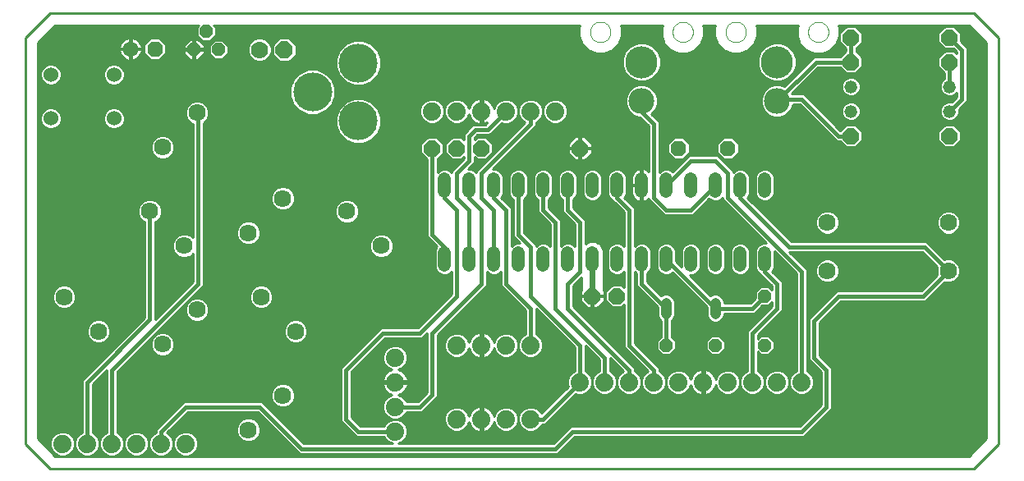
<source format=gtl>
G75*
G70*
%OFA0B0*%
%FSLAX24Y24*%
%IPPOS*%
%LPD*%
%AMOC8*
5,1,8,0,0,1.08239X$1,22.5*
%
%ADD10C,0.0100*%
%ADD11C,0.0520*%
%ADD12OC8,0.0520*%
%ADD13C,0.1580*%
%ADD14C,0.0440*%
%ADD15OC8,0.0660*%
%ADD16C,0.0000*%
%ADD17C,0.1306*%
%ADD18C,0.1050*%
%ADD19C,0.0740*%
%ADD20C,0.0705*%
%ADD21C,0.0600*%
%ADD22OC8,0.0700*%
%ADD23C,0.0700*%
%ADD24OC8,0.0630*%
%ADD25C,0.0630*%
%ADD26C,0.0520*%
%ADD27C,0.0240*%
%ADD28C,0.0160*%
D10*
X001151Y000494D02*
X000151Y001494D01*
X000151Y017994D01*
X001151Y018994D01*
X038651Y018994D01*
X039651Y017994D01*
X039651Y001494D01*
X038651Y000494D01*
X001151Y000494D01*
X001358Y000994D02*
X000651Y001701D01*
X000651Y017787D01*
X001358Y018494D01*
X007179Y018494D01*
X007096Y018411D01*
X007096Y018088D01*
X007325Y017860D01*
X007648Y017860D01*
X007876Y018088D01*
X007876Y018411D01*
X007794Y018494D01*
X022659Y018494D01*
X022615Y018386D01*
X022615Y018043D01*
X022746Y017725D01*
X022989Y017482D01*
X023306Y017351D01*
X023650Y017351D01*
X023967Y017482D01*
X024210Y017725D01*
X024341Y018043D01*
X024341Y018386D01*
X024297Y018494D01*
X026006Y018494D01*
X025961Y018386D01*
X025961Y018043D01*
X026092Y017725D01*
X026335Y017482D01*
X026653Y017351D01*
X026996Y017351D01*
X027313Y017482D01*
X027556Y017725D01*
X027688Y018043D01*
X027688Y018386D01*
X027643Y018494D01*
X028159Y018494D01*
X028115Y018386D01*
X028115Y018043D01*
X028246Y017725D01*
X028489Y017482D01*
X028806Y017351D01*
X029150Y017351D01*
X029467Y017482D01*
X029710Y017725D01*
X029841Y018043D01*
X029841Y018386D01*
X029797Y018494D01*
X031506Y018494D01*
X031461Y018386D01*
X031461Y018043D01*
X031592Y017725D01*
X031835Y017482D01*
X032153Y017351D01*
X032496Y017351D01*
X032813Y017482D01*
X033056Y017725D01*
X033188Y018043D01*
X033188Y018386D01*
X033143Y018494D01*
X038444Y018494D01*
X039151Y017787D01*
X039151Y001701D01*
X038444Y000994D01*
X001358Y000994D01*
X001368Y001070D02*
X001552Y000994D01*
X001751Y000994D01*
X001934Y001070D01*
X002075Y001211D01*
X002151Y001394D01*
X002151Y001593D01*
X002075Y001777D01*
X001934Y001918D01*
X001751Y001994D01*
X001552Y001994D01*
X001368Y001918D01*
X001227Y001777D01*
X001151Y001593D01*
X001151Y001394D01*
X001227Y001211D01*
X001368Y001070D01*
X001353Y001085D02*
X001267Y001085D01*
X001254Y001184D02*
X001168Y001184D01*
X001198Y001282D02*
X001070Y001282D01*
X001157Y001381D02*
X000971Y001381D01*
X000873Y001479D02*
X001151Y001479D01*
X001151Y001578D02*
X000774Y001578D01*
X000676Y001676D02*
X001186Y001676D01*
X001226Y001775D02*
X000651Y001775D01*
X000651Y001873D02*
X001324Y001873D01*
X001499Y001972D02*
X000651Y001972D01*
X000651Y002071D02*
X002441Y002071D01*
X002441Y002169D02*
X000651Y002169D01*
X000651Y002268D02*
X002441Y002268D01*
X002441Y002366D02*
X000651Y002366D01*
X000651Y002465D02*
X002441Y002465D01*
X002441Y002563D02*
X000651Y002563D01*
X000651Y002662D02*
X002441Y002662D01*
X002441Y002760D02*
X000651Y002760D01*
X000651Y002859D02*
X002441Y002859D01*
X002441Y002957D02*
X000651Y002957D01*
X000651Y003056D02*
X002441Y003056D01*
X002441Y003155D02*
X000651Y003155D01*
X000651Y003253D02*
X002441Y003253D01*
X002441Y003352D02*
X000651Y003352D01*
X000651Y003450D02*
X002441Y003450D01*
X002441Y003549D02*
X000651Y003549D01*
X000651Y003647D02*
X002441Y003647D01*
X002441Y003746D02*
X000651Y003746D01*
X000651Y003844D02*
X002441Y003844D01*
X002441Y003943D02*
X000651Y003943D01*
X000651Y004041D02*
X002441Y004041D01*
X002441Y004081D02*
X002441Y001948D01*
X002368Y001918D01*
X002227Y001777D01*
X002151Y001593D01*
X002151Y001394D01*
X002227Y001211D01*
X002368Y001070D01*
X002552Y000994D01*
X002751Y000994D01*
X002934Y001070D01*
X003075Y001211D01*
X003151Y001394D01*
X003151Y001593D01*
X003075Y001777D01*
X002934Y001918D01*
X002861Y001948D01*
X002861Y003907D01*
X003441Y004487D01*
X003441Y001948D01*
X003368Y001918D01*
X003227Y001777D01*
X003151Y001593D01*
X003151Y001394D01*
X003227Y001211D01*
X003368Y001070D01*
X003552Y000994D01*
X003751Y000994D01*
X003934Y001070D01*
X004075Y001211D01*
X004151Y001394D01*
X004151Y001593D01*
X004075Y001777D01*
X003934Y001918D01*
X003861Y001948D01*
X003861Y004407D01*
X007238Y007784D01*
X007361Y007907D01*
X007361Y014515D01*
X007384Y014525D01*
X007520Y014661D01*
X007594Y014838D01*
X007594Y015030D01*
X007520Y015207D01*
X007384Y015343D01*
X007207Y015416D01*
X007015Y015416D01*
X006838Y015343D01*
X006702Y015207D01*
X006629Y015030D01*
X006629Y014838D01*
X006702Y014661D01*
X006838Y014525D01*
X006941Y014482D01*
X006941Y009866D01*
X006864Y009943D01*
X006687Y010016D01*
X006495Y010016D01*
X006318Y009943D01*
X006182Y009807D01*
X006109Y009630D01*
X006109Y009438D01*
X006182Y009261D01*
X006318Y009125D01*
X006495Y009051D01*
X006687Y009051D01*
X006864Y009125D01*
X006941Y009202D01*
X006941Y008081D01*
X005401Y006541D01*
X005401Y006621D01*
X005401Y010499D01*
X005464Y010525D01*
X005600Y010661D01*
X005674Y010838D01*
X005674Y011030D01*
X005600Y011207D01*
X005464Y011343D01*
X005287Y011416D01*
X005095Y011416D01*
X004918Y011343D01*
X004782Y011207D01*
X004709Y011030D01*
X004709Y010838D01*
X004782Y010661D01*
X004918Y010525D01*
X004981Y010499D01*
X004981Y006621D01*
X002564Y004204D01*
X002441Y004081D01*
X002500Y004140D02*
X000651Y004140D01*
X000651Y004239D02*
X002599Y004239D01*
X002697Y004337D02*
X000651Y004337D01*
X000651Y004436D02*
X002796Y004436D01*
X002894Y004534D02*
X000651Y004534D01*
X000651Y004633D02*
X002993Y004633D01*
X003092Y004731D02*
X000651Y004731D01*
X000651Y004830D02*
X003190Y004830D01*
X003289Y004928D02*
X000651Y004928D01*
X000651Y005027D02*
X003387Y005027D01*
X003486Y005125D02*
X000651Y005125D01*
X000651Y005224D02*
X003584Y005224D01*
X003683Y005322D02*
X000651Y005322D01*
X000651Y005421D02*
X003781Y005421D01*
X003880Y005520D02*
X000651Y005520D01*
X000651Y005618D02*
X002902Y005618D01*
X002838Y005645D02*
X003015Y005571D01*
X003207Y005571D01*
X003384Y005645D01*
X003520Y005781D01*
X003594Y005958D01*
X003594Y006150D01*
X003520Y006327D01*
X003384Y006463D01*
X003207Y006536D01*
X003015Y006536D01*
X002838Y006463D01*
X002702Y006327D01*
X002629Y006150D01*
X002629Y005958D01*
X002702Y005781D01*
X002838Y005645D01*
X002766Y005717D02*
X000651Y005717D01*
X000651Y005815D02*
X002688Y005815D01*
X002647Y005914D02*
X000651Y005914D01*
X000651Y006012D02*
X002629Y006012D01*
X002629Y006111D02*
X000651Y006111D01*
X000651Y006209D02*
X002653Y006209D01*
X002694Y006308D02*
X000651Y006308D01*
X000651Y006406D02*
X002781Y006406D01*
X002940Y006505D02*
X000651Y006505D01*
X000651Y006604D02*
X004964Y006604D01*
X004981Y006702D02*
X000651Y006702D01*
X000651Y006801D02*
X004981Y006801D01*
X004981Y006899D02*
X000651Y006899D01*
X000651Y006998D02*
X001551Y006998D01*
X001615Y006971D02*
X001807Y006971D01*
X001984Y007045D01*
X002120Y007181D01*
X002194Y007358D01*
X002194Y007550D01*
X002120Y007727D01*
X001984Y007863D01*
X001807Y007936D01*
X001615Y007936D01*
X001438Y007863D01*
X001302Y007727D01*
X001229Y007550D01*
X001229Y007358D01*
X001302Y007181D01*
X001438Y007045D01*
X001615Y006971D01*
X001871Y006998D02*
X004981Y006998D01*
X004981Y007096D02*
X002036Y007096D01*
X002126Y007195D02*
X004981Y007195D01*
X004981Y007293D02*
X002167Y007293D01*
X002194Y007392D02*
X004981Y007392D01*
X004981Y007490D02*
X002194Y007490D01*
X002177Y007589D02*
X004981Y007589D01*
X004981Y007688D02*
X002137Y007688D01*
X002061Y007786D02*
X004981Y007786D01*
X004981Y007885D02*
X001932Y007885D01*
X001490Y007885D02*
X000651Y007885D01*
X000651Y007983D02*
X004981Y007983D01*
X004981Y008082D02*
X000651Y008082D01*
X000651Y008180D02*
X004981Y008180D01*
X004981Y008279D02*
X000651Y008279D01*
X000651Y008377D02*
X004981Y008377D01*
X004981Y008476D02*
X000651Y008476D01*
X000651Y008574D02*
X004981Y008574D01*
X004981Y008673D02*
X000651Y008673D01*
X000651Y008771D02*
X004981Y008771D01*
X004981Y008870D02*
X000651Y008870D01*
X000651Y008969D02*
X004981Y008969D01*
X004981Y009067D02*
X000651Y009067D01*
X000651Y009166D02*
X004981Y009166D01*
X004981Y009264D02*
X000651Y009264D01*
X000651Y009363D02*
X004981Y009363D01*
X004981Y009461D02*
X000651Y009461D01*
X000651Y009560D02*
X004981Y009560D01*
X004981Y009658D02*
X000651Y009658D01*
X000651Y009757D02*
X004981Y009757D01*
X004981Y009855D02*
X000651Y009855D01*
X000651Y009954D02*
X004981Y009954D01*
X004981Y010053D02*
X000651Y010053D01*
X000651Y010151D02*
X004981Y010151D01*
X004981Y010250D02*
X000651Y010250D01*
X000651Y010348D02*
X004981Y010348D01*
X004981Y010447D02*
X000651Y010447D01*
X000651Y010545D02*
X004897Y010545D01*
X004799Y010644D02*
X000651Y010644D01*
X000651Y010742D02*
X004748Y010742D01*
X004709Y010841D02*
X000651Y010841D01*
X000651Y010939D02*
X004709Y010939D01*
X004712Y011038D02*
X000651Y011038D01*
X000651Y011137D02*
X004753Y011137D01*
X004810Y011235D02*
X000651Y011235D01*
X000651Y011334D02*
X004909Y011334D01*
X005474Y011334D02*
X006941Y011334D01*
X006941Y011432D02*
X000651Y011432D01*
X000651Y011531D02*
X006941Y011531D01*
X006941Y011629D02*
X000651Y011629D01*
X000651Y011728D02*
X006941Y011728D01*
X006941Y011826D02*
X000651Y011826D01*
X000651Y011925D02*
X006941Y011925D01*
X006941Y012023D02*
X000651Y012023D01*
X000651Y012122D02*
X006941Y012122D01*
X006941Y012221D02*
X000651Y012221D01*
X000651Y012319D02*
X006941Y012319D01*
X006941Y012418D02*
X000651Y012418D01*
X000651Y012516D02*
X006941Y012516D01*
X006941Y012615D02*
X000651Y012615D01*
X000651Y012713D02*
X006941Y012713D01*
X006941Y012812D02*
X000651Y012812D01*
X000651Y012910D02*
X006941Y012910D01*
X006941Y013009D02*
X000651Y013009D01*
X000651Y013107D02*
X005480Y013107D01*
X005438Y013125D02*
X005615Y013051D01*
X005807Y013051D01*
X005984Y013125D01*
X006120Y013261D01*
X006194Y013438D01*
X006194Y013630D01*
X006120Y013807D01*
X005984Y013943D01*
X005807Y014016D01*
X005615Y014016D01*
X005438Y013943D01*
X005302Y013807D01*
X005229Y013630D01*
X005229Y013438D01*
X005302Y013261D01*
X005438Y013125D01*
X005357Y013206D02*
X000651Y013206D01*
X000651Y013304D02*
X005284Y013304D01*
X005243Y013403D02*
X000651Y013403D01*
X000651Y013502D02*
X005229Y013502D01*
X005229Y013600D02*
X000651Y013600D01*
X000651Y013699D02*
X005257Y013699D01*
X005298Y013797D02*
X000651Y013797D01*
X000651Y013896D02*
X005391Y013896D01*
X005562Y013994D02*
X000651Y013994D01*
X000651Y014093D02*
X006941Y014093D01*
X006941Y014191D02*
X000651Y014191D01*
X000651Y014290D02*
X001047Y014290D01*
X001086Y014274D02*
X001257Y014274D01*
X001415Y014339D01*
X001536Y014460D01*
X001601Y014618D01*
X001601Y014789D01*
X001536Y014947D01*
X001415Y015068D01*
X001257Y015134D01*
X001086Y015134D01*
X000928Y015068D01*
X000807Y014947D01*
X000741Y014789D01*
X000741Y014618D01*
X000807Y014460D01*
X000928Y014339D01*
X001086Y014274D01*
X001295Y014290D02*
X003607Y014290D01*
X003646Y014274D02*
X003817Y014274D01*
X003975Y014339D01*
X004096Y014460D01*
X004161Y014618D01*
X004161Y014789D01*
X004096Y014947D01*
X003975Y015068D01*
X003817Y015134D01*
X003646Y015134D01*
X003488Y015068D01*
X003367Y014947D01*
X003301Y014789D01*
X003301Y014618D01*
X003367Y014460D01*
X003488Y014339D01*
X003646Y014274D01*
X003855Y014290D02*
X006941Y014290D01*
X006941Y014388D02*
X004024Y014388D01*
X004107Y014487D02*
X006929Y014487D01*
X006777Y014586D02*
X004148Y014586D01*
X004161Y014684D02*
X006692Y014684D01*
X006651Y014783D02*
X004161Y014783D01*
X004123Y014881D02*
X006629Y014881D01*
X006629Y014980D02*
X004063Y014980D01*
X003951Y015078D02*
X006649Y015078D01*
X006690Y015177D02*
X000651Y015177D01*
X000651Y015275D02*
X006770Y015275D01*
X006913Y015374D02*
X000651Y015374D01*
X000651Y015472D02*
X010933Y015472D01*
X010974Y015374D02*
X007310Y015374D01*
X007452Y015275D02*
X011014Y015275D01*
X011021Y015260D02*
X011280Y015001D01*
X011618Y014861D01*
X011984Y014861D01*
X012322Y015001D01*
X012581Y015260D01*
X012721Y015598D01*
X012721Y015964D01*
X012581Y016302D01*
X012322Y016561D01*
X011984Y016701D01*
X011618Y016701D01*
X011280Y016561D01*
X011021Y016302D01*
X010881Y015964D01*
X010881Y015598D01*
X011021Y015260D01*
X011104Y015177D02*
X007533Y015177D01*
X007574Y015078D02*
X011203Y015078D01*
X011332Y014980D02*
X007594Y014980D01*
X007594Y014881D02*
X011570Y014881D01*
X012032Y014881D02*
X012772Y014881D01*
X012731Y014783D02*
X012731Y014417D01*
X012871Y014079D01*
X013130Y013820D01*
X013468Y013680D01*
X013834Y013680D01*
X014172Y013820D01*
X014431Y014079D01*
X014571Y014417D01*
X014571Y014783D01*
X014431Y015121D01*
X014172Y015380D01*
X013834Y015520D01*
X013468Y015520D01*
X013130Y015380D01*
X012871Y015121D01*
X012731Y014783D01*
X007571Y014783D01*
X007530Y014684D02*
X012731Y014684D01*
X012731Y014586D02*
X007445Y014586D01*
X007361Y014487D02*
X012731Y014487D01*
X012743Y014388D02*
X007361Y014388D01*
X007361Y014290D02*
X012784Y014290D01*
X012825Y014191D02*
X007361Y014191D01*
X007361Y014093D02*
X012865Y014093D01*
X012956Y013994D02*
X007361Y013994D01*
X007361Y013896D02*
X013054Y013896D01*
X013186Y013797D02*
X007361Y013797D01*
X007361Y013699D02*
X013423Y013699D01*
X013879Y013699D02*
X016205Y013699D01*
X016191Y013684D02*
X016191Y013303D01*
X016441Y013053D01*
X016441Y009907D01*
X016564Y009784D01*
X016847Y009501D01*
X016821Y009475D01*
X016761Y009331D01*
X016761Y008656D01*
X016821Y008513D01*
X016930Y008403D01*
X017074Y008344D01*
X017229Y008344D01*
X017372Y008403D01*
X017441Y008472D01*
X017441Y007581D01*
X016064Y006204D01*
X014738Y006204D01*
X014564Y006204D01*
X012941Y004581D01*
X012941Y004407D01*
X012941Y002407D01*
X013064Y002284D01*
X013564Y001784D01*
X013738Y001784D01*
X014697Y001784D01*
X014727Y001711D01*
X014868Y001570D01*
X015028Y001504D01*
X011438Y001504D01*
X009738Y003204D01*
X009564Y003204D01*
X006564Y003204D01*
X006441Y003081D01*
X005441Y002081D01*
X005441Y001948D01*
X005368Y001918D01*
X005227Y001777D01*
X005151Y001593D01*
X005075Y001777D01*
X004934Y001918D01*
X004751Y001994D01*
X004552Y001994D01*
X004368Y001918D01*
X004227Y001777D01*
X004151Y001593D01*
X004151Y001394D01*
X004227Y001211D01*
X004368Y001070D01*
X004552Y000994D01*
X004751Y000994D01*
X004934Y001070D01*
X005075Y001211D01*
X005151Y001394D01*
X005151Y001593D01*
X005151Y001394D01*
X005227Y001211D01*
X005368Y001070D01*
X005552Y000994D01*
X005751Y000994D01*
X005934Y001070D01*
X006075Y001211D01*
X006151Y001394D01*
X006151Y001593D01*
X006075Y001777D01*
X005934Y001918D01*
X005890Y001936D01*
X006738Y002784D01*
X009564Y002784D01*
X011264Y001084D01*
X011438Y001084D01*
X021564Y001084D01*
X021738Y001084D01*
X022438Y001784D01*
X031738Y001784D01*
X031861Y001907D01*
X032861Y002907D01*
X032861Y003081D01*
X032861Y004407D01*
X032861Y004581D01*
X032361Y005081D01*
X032361Y006407D01*
X033238Y007284D01*
X036504Y007284D01*
X036678Y007284D01*
X037452Y008058D01*
X037515Y008031D01*
X037707Y008031D01*
X037884Y008105D01*
X038020Y008241D01*
X038094Y008418D01*
X038094Y008610D01*
X038020Y008787D01*
X037884Y008923D01*
X037707Y008996D01*
X037515Y008996D01*
X037452Y008970D01*
X036718Y009704D01*
X036544Y009704D01*
X031238Y009704D01*
X029455Y011487D01*
X029482Y011513D01*
X029541Y011656D01*
X029541Y012331D01*
X029482Y012475D01*
X029372Y012584D01*
X029229Y012644D01*
X029074Y012644D01*
X028930Y012584D01*
X028861Y012515D01*
X028861Y012581D01*
X028738Y012704D01*
X028238Y013204D01*
X028064Y013204D01*
X027064Y013204D01*
X026941Y013081D01*
X026408Y012548D01*
X026372Y012584D01*
X026229Y012644D01*
X026074Y012644D01*
X025930Y012584D01*
X025861Y012515D01*
X025861Y014407D01*
X025861Y014581D01*
X025554Y014888D01*
X025707Y015040D01*
X025807Y015281D01*
X025807Y015541D01*
X025707Y015782D01*
X025523Y015966D01*
X025282Y016066D01*
X025021Y016066D01*
X024781Y015966D01*
X024597Y015782D01*
X024497Y015541D01*
X024497Y015281D01*
X024597Y015040D01*
X024781Y014856D01*
X025021Y014756D01*
X025092Y014756D01*
X025441Y014407D01*
X025441Y012544D01*
X025383Y012601D01*
X025233Y012664D01*
X025181Y012664D01*
X025181Y012024D01*
X025121Y012024D01*
X025121Y012664D01*
X025070Y012664D01*
X024919Y012601D01*
X024804Y012486D01*
X024741Y012335D01*
X024741Y012024D01*
X025121Y012024D01*
X025121Y011964D01*
X024741Y011964D01*
X024741Y011652D01*
X024804Y011502D01*
X024919Y011386D01*
X025070Y011324D01*
X025121Y011324D01*
X025121Y011964D01*
X025181Y011964D01*
X025181Y011324D01*
X025233Y011324D01*
X025383Y011386D01*
X025441Y011444D01*
X025441Y011407D01*
X025564Y011284D01*
X026064Y010784D01*
X026238Y010784D01*
X027238Y010784D01*
X027361Y010907D01*
X027894Y011440D01*
X027930Y011403D01*
X028074Y011344D01*
X028229Y011344D01*
X028372Y011403D01*
X028441Y011472D01*
X028441Y011407D01*
X030204Y009644D01*
X030074Y009644D01*
X029930Y009584D01*
X029821Y009475D01*
X029761Y009331D01*
X029761Y008656D01*
X029821Y008513D01*
X029930Y008403D01*
X029955Y008393D01*
X030441Y007907D01*
X030441Y007755D01*
X030313Y007884D01*
X029990Y007884D01*
X029761Y007655D01*
X029761Y007401D01*
X029564Y007204D01*
X028501Y007204D01*
X028501Y007283D01*
X028448Y007412D01*
X028349Y007511D01*
X028221Y007564D01*
X028082Y007564D01*
X027953Y007511D01*
X027942Y007500D01*
X027098Y008344D01*
X027229Y008344D01*
X027372Y008403D01*
X027482Y008513D01*
X027541Y008656D01*
X027541Y009331D01*
X027482Y009475D01*
X027372Y009584D01*
X027229Y009644D01*
X027074Y009644D01*
X026930Y009584D01*
X026821Y009475D01*
X026761Y009331D01*
X026761Y008681D01*
X026541Y008901D01*
X026541Y009331D01*
X026482Y009475D01*
X026372Y009584D01*
X026229Y009644D01*
X026074Y009644D01*
X025930Y009584D01*
X025821Y009475D01*
X025761Y009331D01*
X025761Y008656D01*
X025821Y008513D01*
X025930Y008403D01*
X026074Y008344D01*
X026229Y008344D01*
X026372Y008403D01*
X026408Y008440D01*
X027801Y007047D01*
X027801Y006704D01*
X027854Y006576D01*
X027953Y006477D01*
X028082Y006424D01*
X028221Y006424D01*
X028349Y006477D01*
X028448Y006576D01*
X028501Y006704D01*
X028501Y006784D01*
X029564Y006784D01*
X029738Y006784D01*
X030058Y007104D01*
X030313Y007104D01*
X030441Y007232D01*
X030441Y007081D01*
X029564Y006204D01*
X029441Y006081D01*
X029441Y004448D01*
X029368Y004418D01*
X029227Y004277D01*
X029151Y004093D01*
X029075Y004277D01*
X028934Y004418D01*
X028751Y004494D01*
X028552Y004494D01*
X028368Y004418D01*
X028227Y004277D01*
X028162Y004119D01*
X028092Y004288D01*
X027946Y004435D01*
X027755Y004514D01*
X027701Y004514D01*
X027701Y004044D01*
X027601Y004044D01*
X027601Y004514D01*
X027548Y004514D01*
X027357Y004435D01*
X027210Y004288D01*
X027140Y004119D01*
X027075Y004277D01*
X026934Y004418D01*
X026751Y004494D01*
X026552Y004494D01*
X026368Y004418D01*
X026227Y004277D01*
X026151Y004093D01*
X026075Y004277D01*
X025934Y004418D01*
X025861Y004448D01*
X025861Y004581D01*
X025738Y004704D01*
X024861Y005581D01*
X024861Y008472D01*
X024930Y008403D01*
X024941Y008399D01*
X024941Y008081D01*
X024941Y007907D01*
X025801Y007047D01*
X025801Y006704D01*
X025854Y006576D01*
X025941Y006489D01*
X025941Y005835D01*
X025761Y005655D01*
X025761Y005332D01*
X025990Y005104D01*
X026313Y005104D01*
X026541Y005332D01*
X026541Y005655D01*
X026361Y005835D01*
X026361Y006489D01*
X026448Y006576D01*
X026501Y006704D01*
X026501Y007283D01*
X026448Y007412D01*
X026349Y007511D01*
X026221Y007564D01*
X026082Y007564D01*
X025953Y007511D01*
X025942Y007500D01*
X025361Y008081D01*
X025361Y008399D01*
X025372Y008403D01*
X025482Y008513D01*
X025541Y008656D01*
X025541Y009331D01*
X025482Y009475D01*
X025372Y009584D01*
X025229Y009644D01*
X025074Y009644D01*
X024930Y009584D01*
X024861Y009515D01*
X024861Y011081D01*
X024738Y011204D01*
X024455Y011487D01*
X024482Y011513D01*
X024541Y011656D01*
X024541Y012331D01*
X024482Y012475D01*
X024372Y012584D01*
X024229Y012644D01*
X024074Y012644D01*
X023930Y012584D01*
X023821Y012475D01*
X023761Y012331D01*
X023761Y011656D01*
X023821Y011513D01*
X023930Y011403D01*
X023955Y011393D01*
X024064Y011284D01*
X024064Y011284D01*
X024441Y010907D01*
X024441Y009515D01*
X024372Y009584D01*
X024229Y009644D01*
X024074Y009644D01*
X023930Y009584D01*
X023821Y009475D01*
X023761Y009331D01*
X023761Y008656D01*
X023821Y008513D01*
X023930Y008403D01*
X024074Y008344D01*
X024229Y008344D01*
X024372Y008403D01*
X024441Y008472D01*
X024441Y007854D01*
X024342Y007954D01*
X023961Y007954D01*
X023691Y007684D01*
X023691Y007303D01*
X023961Y007034D01*
X024342Y007034D01*
X024441Y007133D01*
X024441Y005581D01*
X024441Y005407D01*
X025412Y004436D01*
X025368Y004418D01*
X025227Y004277D01*
X025151Y004093D01*
X025075Y004277D01*
X024934Y004418D01*
X024861Y004448D01*
X024861Y004581D01*
X024738Y004704D01*
X022361Y007081D01*
X022361Y007907D01*
X022701Y008247D01*
X022701Y007804D01*
X022702Y007803D01*
X022702Y007723D01*
X022671Y007693D01*
X022671Y007524D01*
X023121Y007524D01*
X023121Y007974D01*
X023080Y007974D01*
X023080Y008324D01*
X023121Y008324D01*
X023121Y008964D01*
X023181Y008964D01*
X023181Y008324D01*
X023223Y008324D01*
X023223Y007974D01*
X023181Y007974D01*
X023181Y007524D01*
X023121Y007524D01*
X023121Y007464D01*
X022671Y007464D01*
X022671Y007295D01*
X022952Y007014D01*
X023121Y007014D01*
X023121Y007464D01*
X023181Y007464D01*
X023181Y007524D01*
X023631Y007524D01*
X023631Y007693D01*
X023612Y007712D01*
X023612Y007845D01*
X023612Y007845D01*
X023612Y008514D01*
X023611Y008515D01*
X023611Y009257D01*
X023616Y009264D01*
X023761Y009264D01*
X023761Y009166D02*
X023611Y009166D01*
X023616Y009264D02*
X023611Y009302D01*
X023611Y009339D01*
X023605Y009346D01*
X023594Y009421D01*
X023464Y009604D01*
X023464Y009604D01*
X023464Y009604D01*
X023264Y009707D01*
X023264Y009707D01*
X023039Y009707D01*
X022861Y009616D01*
X022861Y010407D01*
X022861Y010581D01*
X022361Y011081D01*
X022361Y011399D01*
X022372Y011403D01*
X022482Y011513D01*
X022541Y011656D01*
X022541Y012331D01*
X022482Y012475D01*
X022372Y012584D01*
X022229Y012644D01*
X022074Y012644D01*
X021930Y012584D01*
X021821Y012475D01*
X021761Y012331D01*
X021761Y011656D01*
X021821Y011513D01*
X021930Y011403D01*
X021941Y011399D01*
X021941Y010907D01*
X022064Y010784D01*
X022441Y010407D01*
X022441Y009515D01*
X022372Y009584D01*
X022229Y009644D01*
X022074Y009644D01*
X021930Y009584D01*
X021861Y009515D01*
X021861Y010581D01*
X021738Y010704D01*
X021361Y011081D01*
X021361Y011399D01*
X021372Y011403D01*
X021482Y011513D01*
X021541Y011656D01*
X021541Y012331D01*
X021482Y012475D01*
X021372Y012584D01*
X021229Y012644D01*
X021074Y012644D01*
X020930Y012584D01*
X020821Y012475D01*
X020761Y012331D01*
X020761Y011656D01*
X020821Y011513D01*
X020930Y011403D01*
X020941Y011399D01*
X020941Y010907D01*
X021064Y010784D01*
X021441Y010407D01*
X021441Y009515D01*
X021372Y009584D01*
X021229Y009644D01*
X021074Y009644D01*
X020930Y009584D01*
X020861Y009515D01*
X020861Y009581D01*
X020738Y009704D01*
X020361Y010081D01*
X020361Y011399D01*
X020372Y011403D01*
X020482Y011513D01*
X020541Y011656D01*
X020541Y012331D01*
X020482Y012475D01*
X020372Y012584D01*
X020229Y012644D01*
X020074Y012644D01*
X019930Y012584D01*
X019821Y012475D01*
X019761Y012331D01*
X019761Y011656D01*
X019821Y011513D01*
X019930Y011403D01*
X019941Y011399D01*
X019941Y010081D01*
X019941Y009907D01*
X020204Y009644D01*
X020074Y009644D01*
X019930Y009584D01*
X019861Y009515D01*
X019861Y010907D01*
X019861Y011081D01*
X019455Y011487D01*
X019482Y011513D01*
X019541Y011656D01*
X019541Y012331D01*
X019482Y012475D01*
X019372Y012584D01*
X019229Y012644D01*
X019098Y012644D01*
X020738Y014284D01*
X020861Y014407D01*
X020861Y014540D01*
X020934Y014570D01*
X021075Y014711D01*
X021151Y014894D01*
X021151Y015093D01*
X021075Y015277D01*
X020934Y015418D01*
X020751Y015494D01*
X020552Y015494D01*
X020368Y015418D01*
X020227Y015277D01*
X020151Y015093D01*
X020075Y015277D01*
X019934Y015418D01*
X019751Y015494D01*
X019552Y015494D01*
X019368Y015418D01*
X019227Y015277D01*
X019162Y015119D01*
X019092Y015288D01*
X018946Y015435D01*
X018755Y015514D01*
X018701Y015514D01*
X018701Y015044D01*
X018601Y015044D01*
X018601Y015514D01*
X018548Y015514D01*
X018357Y015435D01*
X018210Y015288D01*
X018140Y015119D01*
X018075Y015277D01*
X017934Y015418D01*
X017751Y015494D01*
X017552Y015494D01*
X017368Y015418D01*
X017227Y015277D01*
X017151Y015093D01*
X017075Y015277D01*
X016934Y015418D01*
X016751Y015494D01*
X016552Y015494D01*
X016368Y015418D01*
X016227Y015277D01*
X016151Y015093D01*
X016151Y014894D01*
X016227Y014711D01*
X016368Y014570D01*
X016552Y014494D01*
X016751Y014494D01*
X016934Y014570D01*
X017075Y014711D01*
X017151Y014894D01*
X017151Y015093D01*
X017151Y014894D01*
X017227Y014711D01*
X017368Y014570D01*
X017552Y014494D01*
X017751Y014494D01*
X017934Y014570D01*
X018075Y014711D01*
X018140Y014868D01*
X018210Y014699D01*
X018357Y014553D01*
X018548Y014474D01*
X018601Y014474D01*
X018601Y014944D01*
X018701Y014944D01*
X018701Y014474D01*
X018755Y014474D01*
X018891Y014530D01*
X018814Y014454D01*
X018314Y014454D01*
X018191Y014331D01*
X018064Y014204D01*
X017941Y014081D01*
X017941Y013854D01*
X017842Y013954D01*
X017461Y013954D01*
X017191Y013684D01*
X017191Y013303D01*
X017461Y013034D01*
X017842Y013034D01*
X017941Y013133D01*
X017941Y013081D01*
X017564Y012704D01*
X017441Y012581D01*
X017441Y012515D01*
X017372Y012584D01*
X017229Y012644D01*
X017074Y012644D01*
X016930Y012584D01*
X016861Y012515D01*
X016861Y013053D01*
X017111Y013303D01*
X017111Y013684D01*
X016842Y013954D01*
X016461Y013954D01*
X016191Y013684D01*
X016191Y013600D02*
X007361Y013600D01*
X007361Y013502D02*
X016191Y013502D01*
X016191Y013403D02*
X007361Y013403D01*
X007361Y013304D02*
X016191Y013304D01*
X016289Y013206D02*
X007361Y013206D01*
X007361Y013107D02*
X016387Y013107D01*
X016441Y013009D02*
X007361Y013009D01*
X007361Y012910D02*
X016441Y012910D01*
X016441Y012812D02*
X007361Y012812D01*
X007361Y012713D02*
X016441Y012713D01*
X016441Y012615D02*
X007361Y012615D01*
X007361Y012516D02*
X016441Y012516D01*
X016441Y012418D02*
X007361Y012418D01*
X007361Y012319D02*
X016441Y012319D01*
X016441Y012221D02*
X007361Y012221D01*
X007361Y012122D02*
X016441Y012122D01*
X016441Y012023D02*
X007361Y012023D01*
X007361Y011925D02*
X010468Y011925D01*
X010495Y011936D02*
X010318Y011863D01*
X010182Y011727D01*
X010109Y011550D01*
X010109Y011358D01*
X010182Y011181D01*
X010318Y011045D01*
X010495Y010971D01*
X010687Y010971D01*
X010864Y011045D01*
X011000Y011181D01*
X011074Y011358D01*
X011074Y011550D01*
X011000Y011727D01*
X010864Y011863D01*
X010687Y011936D01*
X010495Y011936D01*
X010715Y011925D02*
X016441Y011925D01*
X016441Y011826D02*
X010901Y011826D01*
X011000Y011728D02*
X016441Y011728D01*
X016441Y011629D02*
X011041Y011629D01*
X011074Y011531D02*
X016441Y011531D01*
X016441Y011432D02*
X011074Y011432D01*
X011064Y011334D02*
X012909Y011334D01*
X012918Y011343D02*
X012782Y011207D01*
X012709Y011030D01*
X012709Y010838D01*
X012782Y010661D01*
X012918Y010525D01*
X013095Y010451D01*
X013287Y010451D01*
X013464Y010525D01*
X013600Y010661D01*
X013674Y010838D01*
X013674Y011030D01*
X013600Y011207D01*
X013464Y011343D01*
X013287Y011416D01*
X013095Y011416D01*
X012918Y011343D01*
X012810Y011235D02*
X011023Y011235D01*
X010956Y011137D02*
X012753Y011137D01*
X012712Y011038D02*
X010848Y011038D01*
X010334Y011038D02*
X007361Y011038D01*
X007361Y011137D02*
X010226Y011137D01*
X010159Y011235D02*
X007361Y011235D01*
X007361Y011334D02*
X010119Y011334D01*
X010109Y011432D02*
X007361Y011432D01*
X007361Y011531D02*
X010109Y011531D01*
X010142Y011629D02*
X007361Y011629D01*
X007361Y011728D02*
X010183Y011728D01*
X010281Y011826D02*
X007361Y011826D01*
X006941Y011235D02*
X005572Y011235D01*
X005629Y011137D02*
X006941Y011137D01*
X006941Y011038D02*
X005670Y011038D01*
X005674Y010939D02*
X006941Y010939D01*
X006941Y010841D02*
X005674Y010841D01*
X005634Y010742D02*
X006941Y010742D01*
X006941Y010644D02*
X005584Y010644D01*
X005485Y010545D02*
X006941Y010545D01*
X006941Y010447D02*
X005401Y010447D01*
X005401Y010348D02*
X006941Y010348D01*
X006941Y010250D02*
X005401Y010250D01*
X005401Y010151D02*
X006941Y010151D01*
X006941Y010053D02*
X005401Y010053D01*
X005401Y009954D02*
X006345Y009954D01*
X006230Y009855D02*
X005401Y009855D01*
X005401Y009757D02*
X006161Y009757D01*
X006121Y009658D02*
X005401Y009658D01*
X005401Y009560D02*
X006109Y009560D01*
X006109Y009461D02*
X005401Y009461D01*
X005401Y009363D02*
X006140Y009363D01*
X006181Y009264D02*
X005401Y009264D01*
X005401Y009166D02*
X006277Y009166D01*
X006457Y009067D02*
X005401Y009067D01*
X005401Y008969D02*
X006941Y008969D01*
X006941Y009067D02*
X006725Y009067D01*
X006905Y009166D02*
X006941Y009166D01*
X006941Y008870D02*
X005401Y008870D01*
X005401Y008771D02*
X006941Y008771D01*
X006941Y008673D02*
X005401Y008673D01*
X005401Y008574D02*
X006941Y008574D01*
X006941Y008476D02*
X005401Y008476D01*
X005401Y008377D02*
X006941Y008377D01*
X006941Y008279D02*
X005401Y008279D01*
X005401Y008180D02*
X006941Y008180D01*
X006941Y008082D02*
X005401Y008082D01*
X005401Y007983D02*
X006844Y007983D01*
X006745Y007885D02*
X005401Y007885D01*
X005401Y007786D02*
X006646Y007786D01*
X006548Y007688D02*
X005401Y007688D01*
X005401Y007589D02*
X006449Y007589D01*
X006351Y007490D02*
X005401Y007490D01*
X005401Y007392D02*
X006252Y007392D01*
X006154Y007293D02*
X005401Y007293D01*
X005401Y007195D02*
X006055Y007195D01*
X005957Y007096D02*
X005401Y007096D01*
X005401Y006998D02*
X005858Y006998D01*
X005760Y006899D02*
X005401Y006899D01*
X005401Y006801D02*
X005661Y006801D01*
X005562Y006702D02*
X005401Y006702D01*
X005401Y006604D02*
X005464Y006604D01*
X005762Y006308D02*
X010694Y006308D01*
X010702Y006327D02*
X010629Y006150D01*
X010629Y005958D01*
X010702Y005781D01*
X010838Y005645D01*
X011015Y005571D01*
X011207Y005571D01*
X011384Y005645D01*
X011520Y005781D01*
X011594Y005958D01*
X011594Y006150D01*
X011520Y006327D01*
X011384Y006463D01*
X011207Y006536D01*
X011015Y006536D01*
X010838Y006463D01*
X010702Y006327D01*
X010781Y006406D02*
X005861Y006406D01*
X005959Y006505D02*
X006886Y006505D01*
X006838Y006525D02*
X007015Y006451D01*
X007207Y006451D01*
X007384Y006525D01*
X007520Y006661D01*
X007594Y006838D01*
X007594Y007030D01*
X007520Y007207D01*
X007384Y007343D01*
X007207Y007416D01*
X007015Y007416D01*
X006838Y007343D01*
X006702Y007207D01*
X006629Y007030D01*
X006629Y006838D01*
X006702Y006661D01*
X006838Y006525D01*
X006759Y006604D02*
X006058Y006604D01*
X006156Y006702D02*
X006685Y006702D01*
X006644Y006801D02*
X006255Y006801D01*
X006353Y006899D02*
X006629Y006899D01*
X006629Y006998D02*
X006452Y006998D01*
X006551Y007096D02*
X006656Y007096D01*
X006649Y007195D02*
X006697Y007195D01*
X006748Y007293D02*
X006788Y007293D01*
X006846Y007392D02*
X006956Y007392D01*
X006945Y007490D02*
X009229Y007490D01*
X009229Y007550D02*
X009229Y007358D01*
X009302Y007181D01*
X009438Y007045D01*
X009615Y006971D01*
X009807Y006971D01*
X009984Y007045D01*
X010120Y007181D01*
X010194Y007358D01*
X010194Y007550D01*
X010120Y007727D01*
X009984Y007863D01*
X009807Y007936D01*
X009615Y007936D01*
X009438Y007863D01*
X009302Y007727D01*
X009229Y007550D01*
X009245Y007589D02*
X007043Y007589D01*
X007142Y007688D02*
X009286Y007688D01*
X009361Y007786D02*
X007240Y007786D01*
X007339Y007885D02*
X009490Y007885D01*
X009932Y007885D02*
X017441Y007885D01*
X017441Y007983D02*
X007361Y007983D01*
X007361Y008082D02*
X017441Y008082D01*
X017441Y008180D02*
X007361Y008180D01*
X007361Y008279D02*
X017441Y008279D01*
X017441Y008377D02*
X017310Y008377D01*
X016993Y008377D02*
X007361Y008377D01*
X007361Y008476D02*
X016858Y008476D01*
X016795Y008574D02*
X007361Y008574D01*
X007361Y008673D02*
X016761Y008673D01*
X016761Y008771D02*
X007361Y008771D01*
X007361Y008870D02*
X016761Y008870D01*
X016761Y008969D02*
X007361Y008969D01*
X007361Y009067D02*
X014457Y009067D01*
X014495Y009051D02*
X014687Y009051D01*
X014864Y009125D01*
X015000Y009261D01*
X015074Y009438D01*
X015074Y009630D01*
X015000Y009807D01*
X014864Y009943D01*
X014687Y010016D01*
X014495Y010016D01*
X014318Y009943D01*
X014182Y009807D01*
X014109Y009630D01*
X014109Y009438D01*
X014182Y009261D01*
X014318Y009125D01*
X014495Y009051D01*
X014725Y009067D02*
X016761Y009067D01*
X016761Y009166D02*
X014905Y009166D01*
X015002Y009264D02*
X016761Y009264D01*
X016774Y009363D02*
X015043Y009363D01*
X015074Y009461D02*
X016815Y009461D01*
X016788Y009560D02*
X015074Y009560D01*
X015062Y009658D02*
X016690Y009658D01*
X016591Y009757D02*
X015021Y009757D01*
X014952Y009855D02*
X016493Y009855D01*
X016441Y009954D02*
X014838Y009954D01*
X014345Y009954D02*
X009672Y009954D01*
X009674Y009958D02*
X009600Y009781D01*
X009464Y009645D01*
X009287Y009571D01*
X009095Y009571D01*
X008918Y009645D01*
X008782Y009781D01*
X008709Y009958D01*
X008709Y010150D01*
X008782Y010327D01*
X008918Y010463D01*
X009095Y010536D01*
X009287Y010536D01*
X009464Y010463D01*
X009600Y010327D01*
X009674Y010150D01*
X009674Y009958D01*
X009674Y010053D02*
X016441Y010053D01*
X016441Y010151D02*
X009673Y010151D01*
X009632Y010250D02*
X016441Y010250D01*
X016441Y010348D02*
X009579Y010348D01*
X009481Y010447D02*
X016441Y010447D01*
X016441Y010545D02*
X013485Y010545D01*
X013584Y010644D02*
X016441Y010644D01*
X016441Y010742D02*
X013634Y010742D01*
X013674Y010841D02*
X016441Y010841D01*
X016441Y010939D02*
X013674Y010939D01*
X013670Y011038D02*
X016441Y011038D01*
X016441Y011137D02*
X013629Y011137D01*
X013572Y011235D02*
X016441Y011235D01*
X016441Y011334D02*
X013474Y011334D01*
X012709Y010939D02*
X007361Y010939D01*
X007361Y010841D02*
X012709Y010841D01*
X012748Y010742D02*
X007361Y010742D01*
X007361Y010644D02*
X012799Y010644D01*
X012897Y010545D02*
X007361Y010545D01*
X007361Y010447D02*
X008902Y010447D01*
X008803Y010348D02*
X007361Y010348D01*
X007361Y010250D02*
X008750Y010250D01*
X008709Y010151D02*
X007361Y010151D01*
X007361Y010053D02*
X008709Y010053D01*
X008710Y009954D02*
X007361Y009954D01*
X007361Y009855D02*
X008751Y009855D01*
X008806Y009757D02*
X007361Y009757D01*
X007361Y009658D02*
X008904Y009658D01*
X009478Y009658D02*
X014121Y009658D01*
X014109Y009560D02*
X007361Y009560D01*
X007361Y009461D02*
X014109Y009461D01*
X014140Y009363D02*
X007361Y009363D01*
X007361Y009264D02*
X014181Y009264D01*
X014277Y009166D02*
X007361Y009166D01*
X006941Y009954D02*
X006838Y009954D01*
X009577Y009757D02*
X014161Y009757D01*
X014230Y009855D02*
X009631Y009855D01*
X010061Y007786D02*
X017441Y007786D01*
X017441Y007688D02*
X010137Y007688D01*
X010177Y007589D02*
X017441Y007589D01*
X017351Y007490D02*
X010194Y007490D01*
X010194Y007392D02*
X017252Y007392D01*
X017154Y007293D02*
X010167Y007293D01*
X010126Y007195D02*
X017055Y007195D01*
X016957Y007096D02*
X010036Y007096D01*
X009871Y006998D02*
X016858Y006998D01*
X016760Y006899D02*
X007594Y006899D01*
X007594Y006998D02*
X009551Y006998D01*
X009386Y007096D02*
X007566Y007096D01*
X007525Y007195D02*
X009296Y007195D01*
X009255Y007293D02*
X007434Y007293D01*
X007266Y007392D02*
X009229Y007392D01*
X007578Y006801D02*
X016661Y006801D01*
X016562Y006702D02*
X007537Y006702D01*
X007463Y006604D02*
X016464Y006604D01*
X016365Y006505D02*
X011283Y006505D01*
X011441Y006406D02*
X016267Y006406D01*
X016168Y006308D02*
X011528Y006308D01*
X011569Y006209D02*
X016070Y006209D01*
X016368Y005914D02*
X016441Y005914D01*
X016441Y005987D02*
X016441Y003581D01*
X016064Y003204D01*
X015605Y003204D01*
X015575Y003277D01*
X015434Y003418D01*
X015277Y003483D01*
X015446Y003553D01*
X015592Y003699D01*
X015671Y003890D01*
X015671Y003944D01*
X015201Y003944D01*
X015201Y004044D01*
X015671Y004044D01*
X015671Y004097D01*
X015592Y004288D01*
X015446Y004435D01*
X015277Y004505D01*
X015434Y004570D01*
X015575Y004711D01*
X015651Y004894D01*
X015651Y005093D01*
X015575Y005277D01*
X015434Y005418D01*
X015251Y005494D01*
X015052Y005494D01*
X014868Y005418D01*
X014727Y005277D01*
X014651Y005093D01*
X014651Y004894D01*
X014727Y004711D01*
X014868Y004570D01*
X015026Y004505D01*
X014857Y004435D01*
X014710Y004288D01*
X014631Y004097D01*
X014631Y004044D01*
X015101Y004044D01*
X015101Y003944D01*
X014631Y003944D01*
X014631Y003890D01*
X014710Y003699D01*
X014857Y003553D01*
X015026Y003483D01*
X014868Y003418D01*
X014727Y003277D01*
X014651Y003093D01*
X014651Y002894D01*
X014727Y002711D01*
X014868Y002570D01*
X015052Y002494D01*
X015251Y002494D01*
X015434Y002570D01*
X015575Y002711D01*
X015605Y002784D01*
X016238Y002784D01*
X016361Y002907D01*
X016861Y003407D01*
X016861Y003581D01*
X016861Y005907D01*
X018861Y007907D01*
X018861Y008081D01*
X018861Y008472D01*
X018930Y008403D01*
X019074Y008344D01*
X019229Y008344D01*
X019372Y008403D01*
X019441Y008472D01*
X019441Y007907D01*
X019564Y007784D01*
X020441Y006907D01*
X020441Y005948D01*
X020368Y005918D01*
X020227Y005777D01*
X020151Y005593D01*
X020075Y005777D01*
X019934Y005918D01*
X019751Y005994D01*
X019552Y005994D01*
X019368Y005918D01*
X019227Y005777D01*
X019162Y005619D01*
X019092Y005788D01*
X018946Y005935D01*
X018755Y006014D01*
X018701Y006014D01*
X018701Y005544D01*
X018601Y005544D01*
X018601Y006014D01*
X018548Y006014D01*
X018357Y005935D01*
X018210Y005788D01*
X018140Y005619D01*
X018075Y005777D01*
X017934Y005918D01*
X017751Y005994D01*
X017552Y005994D01*
X017368Y005918D01*
X017227Y005777D01*
X017151Y005593D01*
X017151Y005394D01*
X017227Y005211D01*
X017368Y005070D01*
X017552Y004994D01*
X017751Y004994D01*
X017934Y005070D01*
X018075Y005211D01*
X018140Y005368D01*
X018210Y005199D01*
X018357Y005053D01*
X018548Y004974D01*
X018601Y004974D01*
X018601Y005444D01*
X018701Y005444D01*
X018701Y004974D01*
X018755Y004974D01*
X018946Y005053D01*
X019092Y005199D01*
X019162Y005368D01*
X019227Y005211D01*
X019368Y005070D01*
X019552Y004994D01*
X019751Y004994D01*
X019934Y005070D01*
X020075Y005211D01*
X020151Y005394D01*
X020151Y005593D01*
X020151Y005394D01*
X020227Y005211D01*
X020368Y005070D01*
X020552Y004994D01*
X020751Y004994D01*
X020934Y005070D01*
X021075Y005211D01*
X021151Y005394D01*
X021151Y005593D01*
X021075Y005777D01*
X020934Y005918D01*
X020861Y005948D01*
X020861Y006907D01*
X020861Y006987D01*
X022441Y005407D01*
X022441Y004448D01*
X022368Y004418D01*
X022227Y004277D01*
X022151Y004093D01*
X022151Y003894D01*
X022182Y003821D01*
X021093Y002733D01*
X021075Y002777D01*
X020934Y002918D01*
X020751Y002994D01*
X020552Y002994D01*
X020368Y002918D01*
X020227Y002777D01*
X020151Y002593D01*
X020075Y002777D01*
X019934Y002918D01*
X019751Y002994D01*
X019552Y002994D01*
X019368Y002918D01*
X019227Y002777D01*
X019162Y002619D01*
X019092Y002788D01*
X018946Y002935D01*
X018755Y003014D01*
X018701Y003014D01*
X018701Y002544D01*
X018601Y002544D01*
X018601Y003014D01*
X018548Y003014D01*
X018357Y002935D01*
X018210Y002788D01*
X018140Y002619D01*
X018075Y002777D01*
X017934Y002918D01*
X017751Y002994D01*
X017552Y002994D01*
X017368Y002918D01*
X017227Y002777D01*
X017151Y002593D01*
X017151Y002394D01*
X017227Y002211D01*
X017368Y002070D01*
X017552Y001994D01*
X017751Y001994D01*
X017934Y002070D01*
X018075Y002211D01*
X018140Y002368D01*
X018210Y002199D01*
X018357Y002053D01*
X018548Y001974D01*
X018601Y001974D01*
X018601Y002444D01*
X018701Y002444D01*
X018701Y001974D01*
X018755Y001974D01*
X018946Y002053D01*
X019092Y002199D01*
X019162Y002368D01*
X019227Y002211D01*
X019368Y002070D01*
X019552Y001994D01*
X019751Y001994D01*
X019934Y002070D01*
X020075Y002211D01*
X020151Y002394D01*
X020151Y002593D01*
X020151Y002394D01*
X020227Y002211D01*
X020368Y002070D01*
X020552Y001994D01*
X020751Y001994D01*
X020934Y002070D01*
X021075Y002211D01*
X021105Y002284D01*
X021238Y002284D01*
X022478Y003524D01*
X022552Y003494D01*
X022751Y003494D01*
X022934Y003570D01*
X023075Y003711D01*
X023151Y003894D01*
X023151Y004093D01*
X023075Y004277D01*
X022934Y004418D01*
X022861Y004448D01*
X022861Y005487D01*
X023441Y004907D01*
X023441Y004448D01*
X023368Y004418D01*
X023227Y004277D01*
X023151Y004093D01*
X023151Y003894D01*
X023227Y003711D01*
X023368Y003570D01*
X023552Y003494D01*
X023751Y003494D01*
X023934Y003570D01*
X024075Y003711D01*
X024151Y003894D01*
X024151Y004093D01*
X024075Y004277D01*
X023934Y004418D01*
X023861Y004448D01*
X023861Y004987D01*
X024412Y004436D01*
X024368Y004418D01*
X024227Y004277D01*
X024151Y004093D01*
X024151Y003894D01*
X024227Y003711D01*
X024368Y003570D01*
X024552Y003494D01*
X024751Y003494D01*
X024934Y003570D01*
X025075Y003711D01*
X025151Y003894D01*
X025151Y004093D01*
X025151Y003894D01*
X025227Y003711D01*
X025368Y003570D01*
X025552Y003494D01*
X025751Y003494D01*
X025934Y003570D01*
X026075Y003711D01*
X026151Y003894D01*
X026151Y004093D01*
X026151Y003894D01*
X026227Y003711D01*
X026368Y003570D01*
X026552Y003494D01*
X026751Y003494D01*
X026934Y003570D01*
X027075Y003711D01*
X027140Y003868D01*
X027210Y003699D01*
X027357Y003553D01*
X027548Y003474D01*
X027601Y003474D01*
X027601Y003944D01*
X027701Y003944D01*
X027701Y003474D01*
X027755Y003474D01*
X027946Y003553D01*
X028092Y003699D01*
X028162Y003868D01*
X028227Y003711D01*
X028368Y003570D01*
X028552Y003494D01*
X028751Y003494D01*
X028934Y003570D01*
X029075Y003711D01*
X029151Y003894D01*
X029151Y004093D01*
X029151Y003894D01*
X029227Y003711D01*
X029368Y003570D01*
X029552Y003494D01*
X029751Y003494D01*
X029934Y003570D01*
X030075Y003711D01*
X030151Y003894D01*
X030151Y004093D01*
X030075Y004277D01*
X029934Y004418D01*
X029861Y004448D01*
X029861Y005232D01*
X029990Y005104D01*
X030313Y005104D01*
X030541Y005332D01*
X030541Y005655D01*
X030313Y005884D01*
X029990Y005884D01*
X029861Y005755D01*
X029861Y005907D01*
X030861Y006907D01*
X030861Y007081D01*
X030861Y008081D01*
X030738Y008204D01*
X030455Y008487D01*
X030482Y008513D01*
X030541Y008656D01*
X030541Y009307D01*
X031441Y008407D01*
X031441Y004448D01*
X031368Y004418D01*
X031227Y004277D01*
X031151Y004093D01*
X031075Y004277D01*
X030934Y004418D01*
X030751Y004494D01*
X030552Y004494D01*
X030368Y004418D01*
X030227Y004277D01*
X030151Y004093D01*
X030151Y003894D01*
X030227Y003711D01*
X030368Y003570D01*
X030552Y003494D01*
X030751Y003494D01*
X030934Y003570D01*
X031075Y003711D01*
X031151Y003894D01*
X031151Y004093D01*
X031151Y003894D01*
X031227Y003711D01*
X031368Y003570D01*
X031552Y003494D01*
X031751Y003494D01*
X031934Y003570D01*
X032075Y003711D01*
X032151Y003894D01*
X032151Y004093D01*
X032075Y004277D01*
X031934Y004418D01*
X031861Y004448D01*
X031861Y008581D01*
X031738Y008704D01*
X031158Y009284D01*
X036544Y009284D01*
X037155Y008673D01*
X033148Y008673D01*
X033174Y008610D02*
X033100Y008787D01*
X032964Y008923D01*
X032787Y008996D01*
X032595Y008996D01*
X032418Y008923D01*
X032282Y008787D01*
X032209Y008610D01*
X032209Y008418D01*
X032282Y008241D01*
X032418Y008105D01*
X032595Y008031D01*
X032787Y008031D01*
X032964Y008105D01*
X033100Y008241D01*
X033174Y008418D01*
X033174Y008610D01*
X033174Y008574D02*
X037129Y008574D01*
X037129Y008610D02*
X037129Y008418D01*
X037155Y008355D01*
X036504Y007704D01*
X033064Y007704D01*
X032941Y007581D01*
X032941Y007581D01*
X031941Y006581D01*
X031941Y006407D01*
X031941Y005081D01*
X031941Y004907D01*
X032441Y004407D01*
X032441Y003081D01*
X031564Y002204D01*
X022438Y002204D01*
X022264Y002204D01*
X021564Y001504D01*
X015275Y001504D01*
X015434Y001570D01*
X015575Y001711D01*
X015651Y001894D01*
X015651Y002093D01*
X015575Y002277D01*
X015434Y002418D01*
X015251Y002494D01*
X015052Y002494D01*
X014868Y002418D01*
X014727Y002277D01*
X014697Y002204D01*
X013738Y002204D01*
X013361Y002581D01*
X013361Y004407D01*
X014738Y005784D01*
X016238Y005784D01*
X016361Y005907D01*
X016441Y005987D01*
X016441Y005815D02*
X016269Y005815D01*
X016441Y005717D02*
X014671Y005717D01*
X014572Y005618D02*
X016441Y005618D01*
X016441Y005520D02*
X014474Y005520D01*
X014375Y005421D02*
X014876Y005421D01*
X014773Y005322D02*
X014277Y005322D01*
X014178Y005224D02*
X014705Y005224D01*
X014664Y005125D02*
X014080Y005125D01*
X013981Y005027D02*
X014651Y005027D01*
X014651Y004928D02*
X013883Y004928D01*
X013784Y004830D02*
X014678Y004830D01*
X014719Y004731D02*
X013686Y004731D01*
X013587Y004633D02*
X014805Y004633D01*
X014954Y004534D02*
X013488Y004534D01*
X013390Y004436D02*
X014859Y004436D01*
X014759Y004337D02*
X013361Y004337D01*
X013361Y004239D02*
X014690Y004239D01*
X014649Y004140D02*
X013361Y004140D01*
X013361Y004041D02*
X015101Y004041D01*
X015201Y004041D02*
X016441Y004041D01*
X016441Y003943D02*
X015671Y003943D01*
X015652Y003844D02*
X016441Y003844D01*
X016441Y003746D02*
X015611Y003746D01*
X015540Y003647D02*
X016441Y003647D01*
X016409Y003549D02*
X015435Y003549D01*
X015356Y003450D02*
X016311Y003450D01*
X016212Y003352D02*
X015500Y003352D01*
X015585Y003253D02*
X016113Y003253D01*
X016412Y002957D02*
X017464Y002957D01*
X017309Y002859D02*
X016313Y002859D01*
X016510Y003056D02*
X021416Y003056D01*
X021318Y002957D02*
X020838Y002957D01*
X020993Y002859D02*
X021219Y002859D01*
X021121Y002760D02*
X021082Y002760D01*
X021518Y002563D02*
X031924Y002563D01*
X032022Y002662D02*
X021616Y002662D01*
X021715Y002760D02*
X032121Y002760D01*
X032219Y002859D02*
X021813Y002859D01*
X021912Y002957D02*
X032318Y002957D01*
X032416Y003056D02*
X022010Y003056D01*
X022109Y003155D02*
X032441Y003155D01*
X032441Y003253D02*
X022207Y003253D01*
X022306Y003352D02*
X032441Y003352D01*
X032441Y003450D02*
X022404Y003450D01*
X022106Y003746D02*
X016861Y003746D01*
X016861Y003844D02*
X022172Y003844D01*
X022151Y003943D02*
X016861Y003943D01*
X016861Y004041D02*
X022151Y004041D01*
X022171Y004140D02*
X016861Y004140D01*
X016861Y004239D02*
X022211Y004239D01*
X022287Y004337D02*
X016861Y004337D01*
X016861Y004436D02*
X022411Y004436D01*
X022441Y004534D02*
X016861Y004534D01*
X016861Y004633D02*
X022441Y004633D01*
X022441Y004731D02*
X016861Y004731D01*
X016861Y004830D02*
X022441Y004830D01*
X022441Y004928D02*
X016861Y004928D01*
X016861Y005027D02*
X017472Y005027D01*
X017313Y005125D02*
X016861Y005125D01*
X016861Y005224D02*
X017222Y005224D01*
X017181Y005322D02*
X016861Y005322D01*
X016861Y005421D02*
X017151Y005421D01*
X017151Y005520D02*
X016861Y005520D01*
X016861Y005618D02*
X017161Y005618D01*
X017202Y005717D02*
X016861Y005717D01*
X016861Y005815D02*
X017265Y005815D01*
X017364Y005914D02*
X016868Y005914D01*
X016967Y006012D02*
X018544Y006012D01*
X018601Y006012D02*
X018701Y006012D01*
X018758Y006012D02*
X020441Y006012D01*
X020441Y006111D02*
X017065Y006111D01*
X017164Y006209D02*
X020441Y006209D01*
X020441Y006308D02*
X017262Y006308D01*
X017361Y006406D02*
X020441Y006406D01*
X020441Y006505D02*
X017459Y006505D01*
X017558Y006604D02*
X020441Y006604D01*
X020441Y006702D02*
X017656Y006702D01*
X017755Y006801D02*
X020441Y006801D01*
X020441Y006899D02*
X017853Y006899D01*
X017952Y006998D02*
X020350Y006998D01*
X020252Y007096D02*
X018051Y007096D01*
X018149Y007195D02*
X020153Y007195D01*
X020055Y007293D02*
X018248Y007293D01*
X018346Y007392D02*
X019956Y007392D01*
X019858Y007490D02*
X018445Y007490D01*
X018543Y007589D02*
X019759Y007589D01*
X019661Y007688D02*
X018642Y007688D01*
X018740Y007786D02*
X019562Y007786D01*
X019463Y007885D02*
X018839Y007885D01*
X018861Y007983D02*
X019441Y007983D01*
X019441Y008082D02*
X018861Y008082D01*
X018861Y008180D02*
X019441Y008180D01*
X019441Y008279D02*
X018861Y008279D01*
X018861Y008377D02*
X018993Y008377D01*
X019310Y008377D02*
X019441Y008377D01*
X019861Y009560D02*
X019906Y009560D01*
X019861Y009658D02*
X020190Y009658D01*
X020091Y009757D02*
X019861Y009757D01*
X019861Y009855D02*
X019993Y009855D01*
X019941Y009954D02*
X019861Y009954D01*
X019861Y010053D02*
X019941Y010053D01*
X019941Y010151D02*
X019861Y010151D01*
X019861Y010250D02*
X019941Y010250D01*
X019941Y010348D02*
X019861Y010348D01*
X019861Y010447D02*
X019941Y010447D01*
X019941Y010545D02*
X019861Y010545D01*
X019861Y010644D02*
X019941Y010644D01*
X019941Y010742D02*
X019861Y010742D01*
X019861Y010841D02*
X019941Y010841D01*
X019941Y010939D02*
X019861Y010939D01*
X019861Y011038D02*
X019941Y011038D01*
X019941Y011137D02*
X019805Y011137D01*
X019707Y011235D02*
X019941Y011235D01*
X019941Y011334D02*
X019608Y011334D01*
X019510Y011432D02*
X019901Y011432D01*
X019813Y011531D02*
X019489Y011531D01*
X019530Y011629D02*
X019772Y011629D01*
X019761Y011728D02*
X019541Y011728D01*
X019541Y011826D02*
X019761Y011826D01*
X019761Y011925D02*
X019541Y011925D01*
X019541Y012023D02*
X019761Y012023D01*
X019761Y012122D02*
X019541Y012122D01*
X019541Y012221D02*
X019761Y012221D01*
X019761Y012319D02*
X019541Y012319D01*
X019505Y012418D02*
X019797Y012418D01*
X019862Y012516D02*
X019440Y012516D01*
X019299Y012615D02*
X020003Y012615D01*
X020299Y012615D02*
X021003Y012615D01*
X020862Y012516D02*
X020440Y012516D01*
X020505Y012418D02*
X020797Y012418D01*
X020761Y012319D02*
X020541Y012319D01*
X020541Y012221D02*
X020761Y012221D01*
X020761Y012122D02*
X020541Y012122D01*
X020541Y012023D02*
X020761Y012023D01*
X020761Y011925D02*
X020541Y011925D01*
X020541Y011826D02*
X020761Y011826D01*
X020761Y011728D02*
X020541Y011728D01*
X020530Y011629D02*
X020772Y011629D01*
X020813Y011531D02*
X020489Y011531D01*
X020401Y011432D02*
X020901Y011432D01*
X020941Y011334D02*
X020361Y011334D01*
X020361Y011235D02*
X020941Y011235D01*
X020941Y011137D02*
X020361Y011137D01*
X020361Y011038D02*
X020941Y011038D01*
X020941Y010939D02*
X020361Y010939D01*
X020361Y010841D02*
X021007Y010841D01*
X021106Y010742D02*
X020361Y010742D01*
X020361Y010644D02*
X021204Y010644D01*
X021303Y010545D02*
X020361Y010545D01*
X020361Y010447D02*
X021401Y010447D01*
X021441Y010348D02*
X020361Y010348D01*
X020361Y010250D02*
X021441Y010250D01*
X021441Y010151D02*
X020361Y010151D01*
X020389Y010053D02*
X021441Y010053D01*
X021441Y009954D02*
X020488Y009954D01*
X020586Y009855D02*
X021441Y009855D01*
X021441Y009757D02*
X020685Y009757D01*
X020784Y009658D02*
X021441Y009658D01*
X021441Y009560D02*
X021397Y009560D01*
X021861Y009560D02*
X021906Y009560D01*
X021861Y009658D02*
X022441Y009658D01*
X022441Y009560D02*
X022397Y009560D01*
X022441Y009757D02*
X021861Y009757D01*
X021861Y009855D02*
X022441Y009855D01*
X022441Y009954D02*
X021861Y009954D01*
X021861Y010053D02*
X022441Y010053D01*
X022441Y010151D02*
X021861Y010151D01*
X021861Y010250D02*
X022441Y010250D01*
X022441Y010348D02*
X021861Y010348D01*
X021861Y010447D02*
X022401Y010447D01*
X022303Y010545D02*
X021861Y010545D01*
X021798Y010644D02*
X022204Y010644D01*
X022106Y010742D02*
X021700Y010742D01*
X021601Y010841D02*
X022007Y010841D01*
X021941Y010939D02*
X021503Y010939D01*
X021404Y011038D02*
X021941Y011038D01*
X021941Y011137D02*
X021361Y011137D01*
X021361Y011235D02*
X021941Y011235D01*
X021941Y011334D02*
X021361Y011334D01*
X021401Y011432D02*
X021901Y011432D01*
X021813Y011531D02*
X021489Y011531D01*
X021530Y011629D02*
X021772Y011629D01*
X021761Y011728D02*
X021541Y011728D01*
X021541Y011826D02*
X021761Y011826D01*
X021761Y011925D02*
X021541Y011925D01*
X021541Y012023D02*
X021761Y012023D01*
X021761Y012122D02*
X021541Y012122D01*
X021541Y012221D02*
X021761Y012221D01*
X021761Y012319D02*
X021541Y012319D01*
X021505Y012418D02*
X021797Y012418D01*
X021862Y012516D02*
X021440Y012516D01*
X021299Y012615D02*
X022003Y012615D01*
X022299Y012615D02*
X023003Y012615D01*
X023074Y012644D02*
X022930Y012584D01*
X022821Y012475D01*
X022761Y012331D01*
X022761Y011656D01*
X022821Y011513D01*
X022930Y011403D01*
X023074Y011344D01*
X023229Y011344D01*
X023372Y011403D01*
X023482Y011513D01*
X023541Y011656D01*
X023541Y012331D01*
X023482Y012475D01*
X023372Y012584D01*
X023229Y012644D01*
X023074Y012644D01*
X023299Y012615D02*
X024003Y012615D01*
X023862Y012516D02*
X023440Y012516D01*
X023505Y012418D02*
X023797Y012418D01*
X023761Y012319D02*
X023541Y012319D01*
X023541Y012221D02*
X023761Y012221D01*
X023761Y012122D02*
X023541Y012122D01*
X023541Y012023D02*
X023761Y012023D01*
X023761Y011925D02*
X023541Y011925D01*
X023541Y011826D02*
X023761Y011826D01*
X023761Y011728D02*
X023541Y011728D01*
X023530Y011629D02*
X023772Y011629D01*
X023813Y011531D02*
X023489Y011531D01*
X023401Y011432D02*
X023901Y011432D01*
X024014Y011334D02*
X022361Y011334D01*
X022361Y011235D02*
X024113Y011235D01*
X024212Y011137D02*
X022361Y011137D01*
X022404Y011038D02*
X024310Y011038D01*
X024409Y010939D02*
X022503Y010939D01*
X022601Y010841D02*
X024441Y010841D01*
X024441Y010742D02*
X022700Y010742D01*
X022798Y010644D02*
X024441Y010644D01*
X024441Y010545D02*
X022861Y010545D01*
X022861Y010447D02*
X024441Y010447D01*
X024441Y010348D02*
X022861Y010348D01*
X022861Y010250D02*
X024441Y010250D01*
X024441Y010151D02*
X022861Y010151D01*
X022861Y010053D02*
X024441Y010053D01*
X024441Y009954D02*
X022861Y009954D01*
X022861Y009855D02*
X024441Y009855D01*
X024441Y009757D02*
X022861Y009757D01*
X022861Y009658D02*
X022944Y009658D01*
X023039Y009707D02*
X023039Y009707D01*
X023359Y009658D02*
X024441Y009658D01*
X024441Y009560D02*
X024397Y009560D01*
X024861Y009560D02*
X024906Y009560D01*
X024861Y009658D02*
X030190Y009658D01*
X030091Y009757D02*
X024861Y009757D01*
X024861Y009855D02*
X029993Y009855D01*
X029894Y009954D02*
X024861Y009954D01*
X024861Y010053D02*
X029795Y010053D01*
X029697Y010151D02*
X024861Y010151D01*
X024861Y010250D02*
X029598Y010250D01*
X029500Y010348D02*
X024861Y010348D01*
X024861Y010447D02*
X029401Y010447D01*
X029303Y010545D02*
X024861Y010545D01*
X024861Y010644D02*
X029204Y010644D01*
X029106Y010742D02*
X024861Y010742D01*
X024861Y010841D02*
X026007Y010841D01*
X025909Y010939D02*
X024861Y010939D01*
X024861Y011038D02*
X025810Y011038D01*
X025711Y011137D02*
X024805Y011137D01*
X024738Y011204D02*
X024738Y011204D01*
X024707Y011235D02*
X025613Y011235D01*
X025514Y011334D02*
X025256Y011334D01*
X025181Y011334D02*
X025121Y011334D01*
X025046Y011334D02*
X024608Y011334D01*
X024510Y011432D02*
X024873Y011432D01*
X024791Y011531D02*
X024489Y011531D01*
X024530Y011629D02*
X024751Y011629D01*
X024741Y011728D02*
X024541Y011728D01*
X024541Y011826D02*
X024741Y011826D01*
X024741Y011925D02*
X024541Y011925D01*
X024541Y012023D02*
X025121Y012023D01*
X025121Y011925D02*
X025181Y011925D01*
X025181Y011826D02*
X025121Y011826D01*
X025121Y011728D02*
X025181Y011728D01*
X025181Y011629D02*
X025121Y011629D01*
X025121Y011531D02*
X025181Y011531D01*
X025181Y011432D02*
X025121Y011432D01*
X025429Y011432D02*
X025441Y011432D01*
X025181Y012122D02*
X025121Y012122D01*
X025121Y012221D02*
X025181Y012221D01*
X025181Y012319D02*
X025121Y012319D01*
X025121Y012418D02*
X025181Y012418D01*
X025181Y012516D02*
X025121Y012516D01*
X025121Y012615D02*
X025181Y012615D01*
X025351Y012615D02*
X025441Y012615D01*
X025441Y012713D02*
X019167Y012713D01*
X019266Y012812D02*
X025441Y012812D01*
X025441Y012910D02*
X019365Y012910D01*
X019463Y013009D02*
X025441Y013009D01*
X025441Y013107D02*
X022944Y013107D01*
X022850Y013014D02*
X023131Y013295D01*
X023131Y013464D01*
X022681Y013464D01*
X022681Y013524D01*
X022621Y013524D01*
X022621Y013974D01*
X022452Y013974D01*
X022171Y013693D01*
X022171Y013524D01*
X022621Y013524D01*
X022621Y013464D01*
X022171Y013464D01*
X022171Y013295D01*
X022452Y013014D01*
X022621Y013014D01*
X022621Y013464D01*
X022681Y013464D01*
X022681Y013014D01*
X022850Y013014D01*
X022681Y013107D02*
X022621Y013107D01*
X022621Y013206D02*
X022681Y013206D01*
X022681Y013304D02*
X022621Y013304D01*
X022621Y013403D02*
X022681Y013403D01*
X022681Y013502D02*
X025441Y013502D01*
X025441Y013600D02*
X023131Y013600D01*
X023131Y013524D02*
X023131Y013693D01*
X022850Y013974D01*
X022681Y013974D01*
X022681Y013524D01*
X023131Y013524D01*
X023131Y013403D02*
X025441Y013403D01*
X025441Y013304D02*
X023131Y013304D01*
X023042Y013206D02*
X025441Y013206D01*
X025861Y013206D02*
X026310Y013206D01*
X026408Y013107D02*
X025861Y013107D01*
X025861Y013009D02*
X026869Y013009D01*
X026835Y013049D02*
X027096Y013310D01*
X027096Y013678D01*
X026835Y013939D01*
X026467Y013939D01*
X026206Y013678D01*
X026206Y013310D01*
X026467Y013049D01*
X026835Y013049D01*
X026894Y013107D02*
X026968Y013107D01*
X026993Y013206D02*
X028310Y013206D01*
X028335Y013107D02*
X028408Y013107D01*
X028467Y013049D02*
X028835Y013049D01*
X029096Y013310D01*
X029096Y013678D01*
X028835Y013939D01*
X028467Y013939D01*
X028206Y013678D01*
X028206Y013310D01*
X028467Y013049D01*
X028433Y013009D02*
X039151Y013009D01*
X039151Y013107D02*
X028894Y013107D01*
X028993Y013206D02*
X039151Y013206D01*
X039151Y013304D02*
X029091Y013304D01*
X029096Y013403D02*
X039151Y013403D01*
X039151Y013502D02*
X029096Y013502D01*
X029096Y013600D02*
X033394Y013600D01*
X033461Y013534D02*
X033842Y013534D01*
X034111Y013803D01*
X034111Y014184D01*
X033842Y014454D01*
X033461Y014454D01*
X033224Y014218D01*
X031861Y015581D01*
X031738Y015704D01*
X031241Y015704D01*
X032321Y016784D01*
X033211Y016784D01*
X033461Y016534D01*
X033842Y016534D01*
X034111Y016803D01*
X034111Y017184D01*
X033861Y017434D01*
X033861Y017553D01*
X034111Y017803D01*
X034111Y018184D01*
X033842Y018454D01*
X033461Y018454D01*
X033191Y018184D01*
X033191Y017803D01*
X033441Y017553D01*
X033441Y017434D01*
X033211Y017204D01*
X032321Y017204D01*
X032147Y017204D01*
X030943Y015999D01*
X030782Y016066D01*
X030521Y016066D01*
X030281Y015966D01*
X030097Y015782D01*
X029997Y015541D01*
X029997Y015281D01*
X030097Y015040D01*
X030281Y014856D01*
X030521Y014756D01*
X030782Y014756D01*
X031023Y014856D01*
X031207Y015040D01*
X031307Y015281D01*
X031307Y015284D01*
X031564Y015284D01*
X033064Y013784D01*
X033211Y013784D01*
X033461Y013534D01*
X033296Y013699D02*
X029076Y013699D01*
X028977Y013797D02*
X033051Y013797D01*
X032952Y013896D02*
X028879Y013896D01*
X028424Y013896D02*
X026879Y013896D01*
X026977Y013797D02*
X028325Y013797D01*
X028227Y013699D02*
X027076Y013699D01*
X027096Y013600D02*
X028206Y013600D01*
X028206Y013502D02*
X027096Y013502D01*
X027096Y013403D02*
X028206Y013403D01*
X028211Y013304D02*
X027091Y013304D01*
X026771Y012910D02*
X025861Y012910D01*
X025861Y012812D02*
X026672Y012812D01*
X026574Y012713D02*
X025861Y012713D01*
X025861Y012615D02*
X026003Y012615D01*
X025862Y012516D02*
X025861Y012516D01*
X026299Y012615D02*
X026475Y012615D01*
X026211Y013304D02*
X025861Y013304D01*
X025861Y013403D02*
X026206Y013403D01*
X026206Y013502D02*
X025861Y013502D01*
X025861Y013600D02*
X026206Y013600D01*
X026227Y013699D02*
X025861Y013699D01*
X025861Y013797D02*
X026325Y013797D01*
X026424Y013896D02*
X025861Y013896D01*
X025861Y013994D02*
X032854Y013994D01*
X032755Y014093D02*
X025861Y014093D01*
X025861Y014191D02*
X032657Y014191D01*
X032558Y014290D02*
X025861Y014290D01*
X025861Y014388D02*
X032460Y014388D01*
X032361Y014487D02*
X025861Y014487D01*
X025856Y014586D02*
X032262Y014586D01*
X032164Y014684D02*
X025758Y014684D01*
X025659Y014783D02*
X030458Y014783D01*
X030255Y014881D02*
X025561Y014881D01*
X025647Y014980D02*
X030157Y014980D01*
X030081Y015078D02*
X025723Y015078D01*
X025764Y015177D02*
X030040Y015177D01*
X029999Y015275D02*
X025804Y015275D01*
X025807Y015374D02*
X029997Y015374D01*
X029997Y015472D02*
X025807Y015472D01*
X025795Y015571D02*
X030009Y015571D01*
X030050Y015670D02*
X025754Y015670D01*
X025713Y015768D02*
X030091Y015768D01*
X030181Y015867D02*
X025623Y015867D01*
X025524Y015965D02*
X030279Y015965D01*
X030516Y016064D02*
X025288Y016064D01*
X025307Y016211D02*
X025595Y016330D01*
X025815Y016550D01*
X025934Y016838D01*
X025934Y017150D01*
X025815Y017437D01*
X025595Y017657D01*
X025307Y017777D01*
X024995Y017777D01*
X024708Y017657D01*
X024488Y017437D01*
X024368Y017150D01*
X024368Y016838D01*
X024488Y016550D01*
X024708Y016330D01*
X024995Y016211D01*
X025307Y016211D01*
X025427Y016261D02*
X030375Y016261D01*
X030495Y016211D02*
X030807Y016211D01*
X031095Y016330D01*
X031315Y016550D01*
X031434Y016838D01*
X031434Y017150D01*
X031315Y017437D01*
X031095Y017657D01*
X030807Y017777D01*
X030495Y017777D01*
X030208Y017657D01*
X029988Y017437D01*
X029868Y017150D01*
X029868Y016838D01*
X029988Y016550D01*
X030208Y016330D01*
X030495Y016211D01*
X030788Y016064D02*
X031007Y016064D01*
X031106Y016162D02*
X014124Y016162D01*
X014172Y016182D02*
X014431Y016441D01*
X014571Y016779D01*
X014571Y017145D01*
X014431Y017483D01*
X014172Y017742D01*
X013834Y017882D01*
X013468Y017882D01*
X013130Y017742D01*
X012871Y017483D01*
X012731Y017145D01*
X012731Y016779D01*
X012871Y016441D01*
X013130Y016182D01*
X013468Y016042D01*
X013834Y016042D01*
X014172Y016182D01*
X014251Y016261D02*
X024875Y016261D01*
X024679Y016359D02*
X014349Y016359D01*
X014438Y016458D02*
X024580Y016458D01*
X024485Y016556D02*
X014479Y016556D01*
X014520Y016655D02*
X024444Y016655D01*
X024403Y016754D02*
X014560Y016754D01*
X014571Y016852D02*
X024368Y016852D01*
X024368Y016951D02*
X014571Y016951D01*
X014571Y017049D02*
X024368Y017049D01*
X024368Y017148D02*
X014570Y017148D01*
X014529Y017246D02*
X024409Y017246D01*
X024449Y017345D02*
X014489Y017345D01*
X014448Y017443D02*
X023083Y017443D01*
X022929Y017542D02*
X014373Y017542D01*
X014274Y017640D02*
X022831Y017640D01*
X022740Y017739D02*
X014176Y017739D01*
X013942Y017837D02*
X022699Y017837D01*
X022659Y017936D02*
X010888Y017936D01*
X010850Y017974D02*
X010452Y017974D01*
X010171Y017693D01*
X010171Y017295D01*
X010452Y017014D01*
X010850Y017014D01*
X011131Y017295D01*
X011131Y017693D01*
X010850Y017974D01*
X010986Y017837D02*
X013360Y017837D01*
X013127Y017739D02*
X011085Y017739D01*
X011131Y017640D02*
X013028Y017640D01*
X012930Y017542D02*
X011131Y017542D01*
X011131Y017443D02*
X012855Y017443D01*
X012814Y017345D02*
X011131Y017345D01*
X011082Y017246D02*
X012773Y017246D01*
X012732Y017148D02*
X010984Y017148D01*
X010885Y017049D02*
X012731Y017049D01*
X012731Y016951D02*
X000651Y016951D01*
X000651Y017049D02*
X009470Y017049D01*
X009556Y017014D02*
X009747Y017014D01*
X009923Y017087D01*
X010058Y017222D01*
X010131Y017398D01*
X010131Y017589D01*
X010058Y017766D01*
X009923Y017901D01*
X009747Y017974D01*
X009556Y017974D01*
X009379Y017901D01*
X009244Y017766D01*
X009171Y017589D01*
X009171Y017398D01*
X009244Y017222D01*
X009379Y017087D01*
X009556Y017014D01*
X009319Y017148D02*
X008186Y017148D01*
X008148Y017110D02*
X008376Y017338D01*
X008376Y017661D01*
X008148Y017890D01*
X007825Y017890D01*
X007596Y017661D01*
X007596Y017338D01*
X007825Y017110D01*
X008148Y017110D01*
X008284Y017246D02*
X009234Y017246D01*
X009193Y017345D02*
X008376Y017345D01*
X008376Y017443D02*
X009171Y017443D01*
X009171Y017542D02*
X008376Y017542D01*
X008376Y017640D02*
X009192Y017640D01*
X009233Y017739D02*
X008299Y017739D01*
X008200Y017837D02*
X009316Y017837D01*
X009464Y017936D02*
X007724Y017936D01*
X007772Y017837D02*
X007228Y017837D01*
X007248Y017936D02*
X005620Y017936D01*
X005584Y017972D02*
X005216Y017972D01*
X004955Y017711D01*
X004955Y017343D01*
X005216Y017082D01*
X005584Y017082D01*
X005845Y017343D01*
X005845Y017711D01*
X005584Y017972D01*
X005719Y017837D02*
X006744Y017837D01*
X006816Y017910D02*
X006576Y017670D01*
X006576Y017530D01*
X006956Y017530D01*
X006956Y017910D01*
X006816Y017910D01*
X006956Y017837D02*
X007016Y017837D01*
X007016Y017910D02*
X007156Y017910D01*
X007396Y017670D01*
X007396Y017530D01*
X007016Y017530D01*
X006956Y017530D01*
X006956Y017470D01*
X006576Y017470D01*
X006576Y017330D01*
X006816Y017090D01*
X006956Y017090D01*
X006956Y017470D01*
X007016Y017470D01*
X007016Y017530D01*
X007016Y017910D01*
X007016Y017739D02*
X006956Y017739D01*
X006956Y017640D02*
X007016Y017640D01*
X007016Y017542D02*
X006956Y017542D01*
X007016Y017470D02*
X007396Y017470D01*
X007396Y017330D01*
X007156Y017090D01*
X007016Y017090D01*
X007016Y017470D01*
X007016Y017443D02*
X006956Y017443D01*
X006956Y017345D02*
X007016Y017345D01*
X007016Y017246D02*
X006956Y017246D01*
X006956Y017148D02*
X007016Y017148D01*
X007214Y017148D02*
X007787Y017148D01*
X007688Y017246D02*
X007312Y017246D01*
X007396Y017345D02*
X007596Y017345D01*
X007596Y017443D02*
X007396Y017443D01*
X007396Y017542D02*
X007596Y017542D01*
X007596Y017640D02*
X007396Y017640D01*
X007327Y017739D02*
X007674Y017739D01*
X007822Y018035D02*
X022618Y018035D01*
X022615Y018133D02*
X007876Y018133D01*
X007876Y018232D02*
X022615Y018232D01*
X022615Y018330D02*
X007876Y018330D01*
X007859Y018429D02*
X022632Y018429D01*
X024026Y017542D02*
X024592Y017542D01*
X024494Y017443D02*
X023873Y017443D01*
X024125Y017640D02*
X024691Y017640D01*
X024905Y017739D02*
X024216Y017739D01*
X024256Y017837D02*
X026046Y017837D01*
X026087Y017739D02*
X025398Y017739D01*
X025612Y017640D02*
X026177Y017640D01*
X026276Y017542D02*
X025710Y017542D01*
X025809Y017443D02*
X026430Y017443D01*
X025894Y017246D02*
X029909Y017246D01*
X029868Y017148D02*
X025934Y017148D01*
X025934Y017049D02*
X029868Y017049D01*
X029868Y016951D02*
X025934Y016951D01*
X025934Y016852D02*
X029868Y016852D01*
X029903Y016754D02*
X025899Y016754D01*
X025858Y016655D02*
X029944Y016655D01*
X029985Y016556D02*
X025817Y016556D01*
X025722Y016458D02*
X030080Y016458D01*
X030179Y016359D02*
X025624Y016359D01*
X025016Y016064D02*
X013886Y016064D01*
X013417Y016064D02*
X012680Y016064D01*
X012639Y016162D02*
X013179Y016162D01*
X013052Y016261D02*
X012598Y016261D01*
X012524Y016359D02*
X012953Y016359D01*
X012864Y016458D02*
X012425Y016458D01*
X012327Y016556D02*
X012824Y016556D01*
X012783Y016655D02*
X012095Y016655D01*
X011506Y016655D02*
X004126Y016655D01*
X004096Y016727D02*
X003975Y016848D01*
X003817Y016914D01*
X003646Y016914D01*
X003488Y016848D01*
X003367Y016727D01*
X003301Y016569D01*
X003301Y016398D01*
X003367Y016240D01*
X003488Y016119D01*
X003646Y016054D01*
X003817Y016054D01*
X003975Y016119D01*
X004096Y016240D01*
X004161Y016398D01*
X004161Y016569D01*
X004096Y016727D01*
X004070Y016754D02*
X012742Y016754D01*
X012731Y016852D02*
X003966Y016852D01*
X004137Y017133D02*
X004006Y017263D01*
X003935Y017434D01*
X003935Y017497D01*
X004370Y017497D01*
X004370Y017557D01*
X004370Y017992D01*
X004308Y017992D01*
X004137Y017921D01*
X004006Y017790D01*
X003935Y017619D01*
X003935Y017557D01*
X004370Y017557D01*
X004430Y017557D01*
X004430Y017992D01*
X004493Y017992D01*
X004664Y017921D01*
X004794Y017790D01*
X004865Y017619D01*
X004865Y017557D01*
X004430Y017557D01*
X004430Y017497D01*
X004865Y017497D01*
X004865Y017434D01*
X004794Y017263D01*
X004664Y017133D01*
X004493Y017062D01*
X004430Y017062D01*
X004430Y017497D01*
X004370Y017497D01*
X004370Y017062D01*
X004308Y017062D01*
X004137Y017133D01*
X004122Y017148D02*
X000651Y017148D01*
X000651Y017246D02*
X004023Y017246D01*
X003972Y017345D02*
X000651Y017345D01*
X000651Y017443D02*
X003935Y017443D01*
X003944Y017640D02*
X000651Y017640D01*
X000651Y017542D02*
X004370Y017542D01*
X004430Y017542D02*
X004955Y017542D01*
X004955Y017640D02*
X004856Y017640D01*
X004816Y017739D02*
X004983Y017739D01*
X005081Y017837D02*
X004747Y017837D01*
X004627Y017936D02*
X005180Y017936D01*
X004955Y017443D02*
X004865Y017443D01*
X004828Y017345D02*
X004955Y017345D01*
X005051Y017246D02*
X004777Y017246D01*
X004679Y017148D02*
X005150Y017148D01*
X005650Y017148D02*
X006759Y017148D01*
X006660Y017246D02*
X005749Y017246D01*
X005845Y017345D02*
X006576Y017345D01*
X006576Y017443D02*
X005845Y017443D01*
X005845Y017542D02*
X006576Y017542D01*
X006576Y017640D02*
X005845Y017640D01*
X005817Y017739D02*
X006645Y017739D01*
X007150Y018035D02*
X000899Y018035D01*
X000997Y018133D02*
X007096Y018133D01*
X007096Y018232D02*
X001096Y018232D01*
X001195Y018330D02*
X007096Y018330D01*
X007114Y018429D02*
X001293Y018429D01*
X000800Y017936D02*
X004173Y017936D01*
X004053Y017837D02*
X000702Y017837D01*
X000651Y017739D02*
X003985Y017739D01*
X004370Y017739D02*
X004430Y017739D01*
X004430Y017837D02*
X004370Y017837D01*
X004370Y017936D02*
X004430Y017936D01*
X004430Y017640D02*
X004370Y017640D01*
X004370Y017443D02*
X004430Y017443D01*
X004430Y017345D02*
X004370Y017345D01*
X004370Y017246D02*
X004430Y017246D01*
X004430Y017148D02*
X004370Y017148D01*
X003497Y016852D02*
X001406Y016852D01*
X001415Y016848D02*
X001257Y016914D01*
X001086Y016914D01*
X000928Y016848D01*
X000807Y016727D01*
X000741Y016569D01*
X000741Y016398D01*
X000807Y016240D01*
X000928Y016119D01*
X001086Y016054D01*
X001257Y016054D01*
X001415Y016119D01*
X001536Y016240D01*
X001601Y016398D01*
X001601Y016569D01*
X001536Y016727D01*
X001415Y016848D01*
X001510Y016754D02*
X003393Y016754D01*
X003337Y016655D02*
X001566Y016655D01*
X001601Y016556D02*
X003301Y016556D01*
X003301Y016458D02*
X001601Y016458D01*
X001585Y016359D02*
X003317Y016359D01*
X003358Y016261D02*
X001544Y016261D01*
X001458Y016162D02*
X003445Y016162D01*
X003622Y016064D02*
X001280Y016064D01*
X001062Y016064D02*
X000651Y016064D01*
X000651Y016162D02*
X000885Y016162D01*
X000798Y016261D02*
X000651Y016261D01*
X000651Y016359D02*
X000757Y016359D01*
X000741Y016458D02*
X000651Y016458D01*
X000651Y016556D02*
X000741Y016556D01*
X000777Y016655D02*
X000651Y016655D01*
X000651Y016754D02*
X000833Y016754D01*
X000937Y016852D02*
X000651Y016852D01*
X000651Y015965D02*
X010881Y015965D01*
X010881Y015867D02*
X000651Y015867D01*
X000651Y015768D02*
X010881Y015768D01*
X010881Y015670D02*
X000651Y015670D01*
X000651Y015571D02*
X010892Y015571D01*
X010922Y016064D02*
X003840Y016064D01*
X004018Y016162D02*
X010963Y016162D01*
X011004Y016261D02*
X004104Y016261D01*
X004145Y016359D02*
X011078Y016359D01*
X011176Y016458D02*
X004161Y016458D01*
X004161Y016556D02*
X011275Y016556D01*
X010417Y017049D02*
X009832Y017049D01*
X009984Y017148D02*
X010319Y017148D01*
X010220Y017246D02*
X010068Y017246D01*
X010109Y017345D02*
X010171Y017345D01*
X010171Y017443D02*
X010131Y017443D01*
X010131Y017542D02*
X010171Y017542D01*
X010171Y017640D02*
X010110Y017640D01*
X010069Y017739D02*
X010217Y017739D01*
X010316Y017837D02*
X009986Y017837D01*
X009838Y017936D02*
X010415Y017936D01*
X012720Y015965D02*
X024779Y015965D01*
X024681Y015867D02*
X012721Y015867D01*
X012721Y015768D02*
X024591Y015768D01*
X024550Y015670D02*
X012721Y015670D01*
X012709Y015571D02*
X024509Y015571D01*
X024497Y015472D02*
X021802Y015472D01*
X021751Y015494D02*
X021934Y015418D01*
X022075Y015277D01*
X022151Y015093D01*
X022151Y014894D01*
X022075Y014711D01*
X021934Y014570D01*
X021751Y014494D01*
X021552Y014494D01*
X021368Y014570D01*
X021227Y014711D01*
X021151Y014894D01*
X021151Y015093D01*
X021227Y015277D01*
X021368Y015418D01*
X021552Y015494D01*
X021751Y015494D01*
X021500Y015472D02*
X020802Y015472D01*
X020978Y015374D02*
X021324Y015374D01*
X021227Y015275D02*
X021076Y015275D01*
X021117Y015177D02*
X021186Y015177D01*
X021151Y015078D02*
X021151Y015078D01*
X021151Y014980D02*
X021151Y014980D01*
X021146Y014881D02*
X021157Y014881D01*
X021197Y014783D02*
X021105Y014783D01*
X021049Y014684D02*
X021254Y014684D01*
X021352Y014586D02*
X020950Y014586D01*
X020861Y014487D02*
X025361Y014487D01*
X025441Y014388D02*
X020843Y014388D01*
X020744Y014290D02*
X025441Y014290D01*
X025441Y014191D02*
X020646Y014191D01*
X020547Y014093D02*
X025441Y014093D01*
X025441Y013994D02*
X020449Y013994D01*
X020350Y013896D02*
X022374Y013896D01*
X022276Y013797D02*
X020251Y013797D01*
X020153Y013699D02*
X022177Y013699D01*
X022171Y013600D02*
X020054Y013600D01*
X019956Y013502D02*
X022621Y013502D01*
X022621Y013600D02*
X022681Y013600D01*
X022681Y013699D02*
X022621Y013699D01*
X022621Y013797D02*
X022681Y013797D01*
X022681Y013896D02*
X022621Y013896D01*
X022928Y013896D02*
X025441Y013896D01*
X025441Y013797D02*
X023027Y013797D01*
X023125Y013699D02*
X025441Y013699D01*
X025262Y014586D02*
X021950Y014586D01*
X022049Y014684D02*
X025164Y014684D01*
X024958Y014783D02*
X022105Y014783D01*
X022146Y014881D02*
X024755Y014881D01*
X024657Y014980D02*
X022151Y014980D01*
X022151Y015078D02*
X024581Y015078D01*
X024540Y015177D02*
X022117Y015177D01*
X022076Y015275D02*
X024499Y015275D01*
X024497Y015374D02*
X021978Y015374D01*
X020500Y015472D02*
X019802Y015472D01*
X019978Y015374D02*
X020324Y015374D01*
X020227Y015275D02*
X020076Y015275D01*
X020117Y015177D02*
X020186Y015177D01*
X020151Y015093D02*
X020151Y014894D01*
X020075Y014711D01*
X019934Y014570D01*
X019751Y014494D01*
X019552Y014494D01*
X019478Y014524D01*
X018988Y014034D01*
X018814Y014034D01*
X018488Y014034D01*
X018361Y013907D01*
X018361Y013854D01*
X018461Y013954D01*
X018842Y013954D01*
X019111Y013684D01*
X019111Y013303D01*
X018842Y013034D01*
X018461Y013034D01*
X018361Y013133D01*
X018361Y013081D01*
X018361Y012907D01*
X018098Y012644D01*
X018229Y012644D01*
X018372Y012584D01*
X018441Y012515D01*
X018441Y012581D01*
X020412Y014552D01*
X020368Y014570D01*
X020227Y014711D01*
X020151Y014894D01*
X020151Y015093D01*
X020151Y015078D02*
X020151Y015078D01*
X020151Y014980D02*
X020151Y014980D01*
X020146Y014881D02*
X020157Y014881D01*
X020197Y014783D02*
X020105Y014783D01*
X020049Y014684D02*
X020254Y014684D01*
X020352Y014586D02*
X019950Y014586D01*
X020249Y014388D02*
X019343Y014388D01*
X019244Y014290D02*
X020150Y014290D01*
X020052Y014191D02*
X019146Y014191D01*
X019047Y014093D02*
X019953Y014093D01*
X019855Y013994D02*
X018449Y013994D01*
X018403Y013896D02*
X018361Y013896D01*
X017941Y013896D02*
X017900Y013896D01*
X017941Y013994D02*
X014346Y013994D01*
X014437Y014093D02*
X017953Y014093D01*
X018052Y014191D02*
X014478Y014191D01*
X014518Y014290D02*
X018150Y014290D01*
X018064Y014204D02*
X018064Y014204D01*
X018249Y014388D02*
X014559Y014388D01*
X014571Y014487D02*
X018516Y014487D01*
X018601Y014487D02*
X018701Y014487D01*
X018786Y014487D02*
X018847Y014487D01*
X018701Y014586D02*
X018601Y014586D01*
X018601Y014684D02*
X018701Y014684D01*
X018701Y014783D02*
X018601Y014783D01*
X018601Y014881D02*
X018701Y014881D01*
X018701Y015078D02*
X018601Y015078D01*
X018601Y015177D02*
X018701Y015177D01*
X018701Y015275D02*
X018601Y015275D01*
X018601Y015374D02*
X018701Y015374D01*
X018701Y015472D02*
X018601Y015472D01*
X018448Y015472D02*
X017802Y015472D01*
X017978Y015374D02*
X018296Y015374D01*
X018205Y015275D02*
X018076Y015275D01*
X018117Y015177D02*
X018164Y015177D01*
X018176Y014783D02*
X018105Y014783D01*
X018049Y014684D02*
X018226Y014684D01*
X018324Y014586D02*
X017950Y014586D01*
X017352Y014586D02*
X016950Y014586D01*
X017049Y014684D02*
X017254Y014684D01*
X017197Y014783D02*
X017105Y014783D01*
X017146Y014881D02*
X017157Y014881D01*
X017151Y014980D02*
X017151Y014980D01*
X017151Y015078D02*
X017151Y015078D01*
X017117Y015177D02*
X017186Y015177D01*
X017227Y015275D02*
X017076Y015275D01*
X016978Y015374D02*
X017324Y015374D01*
X017500Y015472D02*
X016802Y015472D01*
X016500Y015472D02*
X013949Y015472D01*
X014178Y015374D02*
X016324Y015374D01*
X016227Y015275D02*
X014277Y015275D01*
X014376Y015177D02*
X016186Y015177D01*
X016151Y015078D02*
X014449Y015078D01*
X014490Y014980D02*
X016151Y014980D01*
X016157Y014881D02*
X014531Y014881D01*
X014571Y014783D02*
X016197Y014783D01*
X016254Y014684D02*
X014571Y014684D01*
X014571Y014586D02*
X016352Y014586D01*
X016403Y013896D02*
X014248Y013896D01*
X014117Y013797D02*
X016304Y013797D01*
X016900Y013896D02*
X017403Y013896D01*
X017304Y013797D02*
X016998Y013797D01*
X017097Y013699D02*
X017205Y013699D01*
X017191Y013600D02*
X017111Y013600D01*
X017111Y013502D02*
X017191Y013502D01*
X017191Y013403D02*
X017111Y013403D01*
X017111Y013304D02*
X017191Y013304D01*
X017289Y013206D02*
X017014Y013206D01*
X016915Y013107D02*
X017387Y013107D01*
X017672Y012812D02*
X016861Y012812D01*
X016861Y012910D02*
X017771Y012910D01*
X017869Y013009D02*
X016861Y013009D01*
X016861Y012713D02*
X017574Y012713D01*
X017475Y012615D02*
X017299Y012615D01*
X017440Y012516D02*
X017441Y012516D01*
X017003Y012615D02*
X016861Y012615D01*
X016861Y012516D02*
X016862Y012516D01*
X017915Y013107D02*
X017941Y013107D01*
X018361Y013107D02*
X018387Y013107D01*
X018361Y013009D02*
X018869Y013009D01*
X018915Y013107D02*
X018968Y013107D01*
X019014Y013206D02*
X019066Y013206D01*
X019111Y013304D02*
X019165Y013304D01*
X019111Y013403D02*
X019263Y013403D01*
X019362Y013502D02*
X019111Y013502D01*
X019111Y013600D02*
X019461Y013600D01*
X019559Y013699D02*
X019097Y013699D01*
X018998Y013797D02*
X019658Y013797D01*
X019756Y013896D02*
X018900Y013896D01*
X019759Y013304D02*
X022171Y013304D01*
X022171Y013403D02*
X019857Y013403D01*
X019660Y013206D02*
X022260Y013206D01*
X022359Y013107D02*
X019562Y013107D01*
X018771Y012910D02*
X018361Y012910D01*
X018266Y012812D02*
X018672Y012812D01*
X018574Y012713D02*
X018167Y012713D01*
X018299Y012615D02*
X018475Y012615D01*
X018441Y012516D02*
X018440Y012516D01*
X019441Y014487D02*
X020347Y014487D01*
X019186Y015177D02*
X019138Y015177D01*
X019097Y015275D02*
X019227Y015275D01*
X019324Y015374D02*
X019006Y015374D01*
X018854Y015472D02*
X019500Y015472D01*
X024297Y017936D02*
X026005Y017936D01*
X025964Y018035D02*
X024338Y018035D01*
X024341Y018133D02*
X025961Y018133D01*
X025961Y018232D02*
X024341Y018232D01*
X024341Y018330D02*
X025961Y018330D01*
X025979Y018429D02*
X024324Y018429D01*
X025853Y017345D02*
X029949Y017345D01*
X029994Y017443D02*
X029373Y017443D01*
X029526Y017542D02*
X030092Y017542D01*
X030191Y017640D02*
X029625Y017640D01*
X029716Y017739D02*
X030405Y017739D01*
X030898Y017739D02*
X031587Y017739D01*
X031546Y017837D02*
X029756Y017837D01*
X029797Y017936D02*
X031505Y017936D01*
X031464Y018035D02*
X029838Y018035D01*
X029841Y018133D02*
X031461Y018133D01*
X031461Y018232D02*
X029841Y018232D01*
X029841Y018330D02*
X031461Y018330D01*
X031479Y018429D02*
X029824Y018429D01*
X031112Y017640D02*
X031677Y017640D01*
X031776Y017542D02*
X031210Y017542D01*
X031309Y017443D02*
X031930Y017443D01*
X032091Y017148D02*
X031434Y017148D01*
X031434Y017049D02*
X031993Y017049D01*
X031894Y016951D02*
X031434Y016951D01*
X031434Y016852D02*
X031796Y016852D01*
X031697Y016754D02*
X031399Y016754D01*
X031358Y016655D02*
X031599Y016655D01*
X031500Y016556D02*
X031317Y016556D01*
X031402Y016458D02*
X031222Y016458D01*
X031303Y016359D02*
X031124Y016359D01*
X031204Y016261D02*
X030927Y016261D01*
X031503Y015965D02*
X033261Y015965D01*
X033261Y015916D02*
X033261Y016071D01*
X033321Y016215D01*
X033430Y016324D01*
X033574Y016384D01*
X033729Y016384D01*
X033872Y016324D01*
X033982Y016215D01*
X034041Y016071D01*
X034041Y015916D01*
X033982Y015773D01*
X033872Y015663D01*
X033729Y015604D01*
X033574Y015604D01*
X033430Y015663D01*
X033321Y015773D01*
X033261Y015916D01*
X033282Y015867D02*
X031404Y015867D01*
X031306Y015768D02*
X033325Y015768D01*
X033424Y015670D02*
X031772Y015670D01*
X031871Y015571D02*
X037931Y015571D01*
X037941Y015581D02*
X037740Y015379D01*
X037729Y015384D01*
X037574Y015384D01*
X037430Y015324D01*
X037321Y015215D01*
X037261Y015071D01*
X037261Y014916D01*
X037321Y014773D01*
X037430Y014663D01*
X037574Y014604D01*
X037729Y014604D01*
X037872Y014663D01*
X037982Y014773D01*
X038041Y014916D01*
X038041Y015071D01*
X038037Y015082D01*
X038361Y015407D01*
X038361Y015581D01*
X038361Y017581D01*
X038238Y017704D01*
X038111Y017831D01*
X038111Y018184D01*
X037842Y018454D01*
X037461Y018454D01*
X037191Y018184D01*
X037191Y017803D01*
X037461Y017534D01*
X037814Y017534D01*
X037941Y017407D01*
X037941Y017354D01*
X037842Y017454D01*
X037461Y017454D01*
X037191Y017184D01*
X037191Y016803D01*
X037441Y016553D01*
X037441Y016329D01*
X037430Y016324D01*
X037321Y016215D01*
X037261Y016071D01*
X037261Y015916D01*
X037321Y015773D01*
X037430Y015663D01*
X037574Y015604D01*
X037729Y015604D01*
X037872Y015663D01*
X037941Y015732D01*
X037941Y015581D01*
X037941Y015670D02*
X037878Y015670D01*
X037833Y015472D02*
X031970Y015472D01*
X032068Y015374D02*
X033550Y015374D01*
X033574Y015384D02*
X033430Y015324D01*
X033321Y015215D01*
X033261Y015071D01*
X033261Y014916D01*
X033321Y014773D01*
X033430Y014663D01*
X033574Y014604D01*
X033729Y014604D01*
X033872Y014663D01*
X033982Y014773D01*
X034041Y014916D01*
X034041Y015071D01*
X033982Y015215D01*
X033872Y015324D01*
X033729Y015384D01*
X033574Y015384D01*
X033753Y015374D02*
X037550Y015374D01*
X037381Y015275D02*
X033921Y015275D01*
X033998Y015177D02*
X037305Y015177D01*
X037264Y015078D02*
X034038Y015078D01*
X034041Y014980D02*
X037261Y014980D01*
X037276Y014881D02*
X034027Y014881D01*
X033986Y014783D02*
X037316Y014783D01*
X037409Y014684D02*
X033893Y014684D01*
X033907Y014388D02*
X037395Y014388D01*
X037461Y014454D02*
X037191Y014184D01*
X037191Y013803D01*
X037461Y013534D01*
X037842Y013534D01*
X038111Y013803D01*
X038111Y014184D01*
X037842Y014454D01*
X037461Y014454D01*
X037297Y014290D02*
X034006Y014290D01*
X034104Y014191D02*
X037198Y014191D01*
X037191Y014093D02*
X034111Y014093D01*
X034111Y013994D02*
X037191Y013994D01*
X037191Y013896D02*
X034111Y013896D01*
X034105Y013797D02*
X037197Y013797D01*
X037296Y013699D02*
X034006Y013699D01*
X033908Y013600D02*
X037394Y013600D01*
X037908Y013600D02*
X039151Y013600D01*
X039151Y013699D02*
X038006Y013699D01*
X038105Y013797D02*
X039151Y013797D01*
X039151Y013896D02*
X038111Y013896D01*
X038111Y013994D02*
X039151Y013994D01*
X039151Y014093D02*
X038111Y014093D01*
X038104Y014191D02*
X039151Y014191D01*
X039151Y014290D02*
X038006Y014290D01*
X037907Y014388D02*
X039151Y014388D01*
X039151Y014487D02*
X032955Y014487D01*
X033054Y014388D02*
X033395Y014388D01*
X033297Y014290D02*
X033152Y014290D01*
X032856Y014586D02*
X039151Y014586D01*
X039151Y014684D02*
X037893Y014684D01*
X037986Y014783D02*
X039151Y014783D01*
X039151Y014881D02*
X038027Y014881D01*
X038041Y014980D02*
X039151Y014980D01*
X039151Y015078D02*
X038038Y015078D01*
X038131Y015177D02*
X039151Y015177D01*
X039151Y015275D02*
X038230Y015275D01*
X038328Y015374D02*
X039151Y015374D01*
X039151Y015472D02*
X038361Y015472D01*
X038361Y015571D02*
X039151Y015571D01*
X039151Y015670D02*
X038361Y015670D01*
X038361Y015768D02*
X039151Y015768D01*
X039151Y015867D02*
X038361Y015867D01*
X038361Y015965D02*
X039151Y015965D01*
X039151Y016064D02*
X038361Y016064D01*
X038361Y016162D02*
X039151Y016162D01*
X039151Y016261D02*
X038361Y016261D01*
X038361Y016359D02*
X039151Y016359D01*
X039151Y016458D02*
X038361Y016458D01*
X038361Y016556D02*
X039151Y016556D01*
X039151Y016655D02*
X038361Y016655D01*
X038361Y016754D02*
X039151Y016754D01*
X039151Y016852D02*
X038361Y016852D01*
X038361Y016951D02*
X039151Y016951D01*
X039151Y017049D02*
X038361Y017049D01*
X038361Y017148D02*
X039151Y017148D01*
X039151Y017246D02*
X038361Y017246D01*
X038361Y017345D02*
X039151Y017345D01*
X039151Y017443D02*
X038361Y017443D01*
X038361Y017542D02*
X039151Y017542D01*
X039151Y017640D02*
X038302Y017640D01*
X038203Y017739D02*
X039151Y017739D01*
X039100Y017837D02*
X038111Y017837D01*
X038111Y017936D02*
X039002Y017936D01*
X038903Y018035D02*
X038111Y018035D01*
X038111Y018133D02*
X038805Y018133D01*
X038706Y018232D02*
X038064Y018232D01*
X037965Y018330D02*
X038608Y018330D01*
X038509Y018429D02*
X037867Y018429D01*
X037436Y018429D02*
X033867Y018429D01*
X033965Y018330D02*
X037337Y018330D01*
X037238Y018232D02*
X034064Y018232D01*
X034111Y018133D02*
X037191Y018133D01*
X037191Y018035D02*
X034111Y018035D01*
X034111Y017936D02*
X037191Y017936D01*
X037191Y017837D02*
X034111Y017837D01*
X034047Y017739D02*
X037256Y017739D01*
X037354Y017640D02*
X033948Y017640D01*
X033861Y017542D02*
X037453Y017542D01*
X037450Y017443D02*
X033861Y017443D01*
X033951Y017345D02*
X037352Y017345D01*
X037253Y017246D02*
X034049Y017246D01*
X034111Y017148D02*
X037191Y017148D01*
X037191Y017049D02*
X034111Y017049D01*
X034111Y016951D02*
X037191Y016951D01*
X037191Y016852D02*
X034111Y016852D01*
X034061Y016754D02*
X037241Y016754D01*
X037340Y016655D02*
X033963Y016655D01*
X033864Y016556D02*
X037438Y016556D01*
X037441Y016458D02*
X031995Y016458D01*
X031897Y016359D02*
X033514Y016359D01*
X033367Y016261D02*
X031798Y016261D01*
X031700Y016162D02*
X033299Y016162D01*
X033261Y016064D02*
X031601Y016064D01*
X032094Y016556D02*
X033438Y016556D01*
X033340Y016655D02*
X032193Y016655D01*
X032291Y016754D02*
X033241Y016754D01*
X033253Y017246D02*
X031394Y017246D01*
X031353Y017345D02*
X033352Y017345D01*
X033441Y017443D02*
X032719Y017443D01*
X032873Y017542D02*
X033441Y017542D01*
X033354Y017640D02*
X032971Y017640D01*
X033062Y017739D02*
X033256Y017739D01*
X033191Y017837D02*
X033103Y017837D01*
X033144Y017936D02*
X033191Y017936D01*
X033184Y018035D02*
X033191Y018035D01*
X033188Y018133D02*
X033191Y018133D01*
X033188Y018232D02*
X033238Y018232D01*
X033188Y018330D02*
X033337Y018330D01*
X033436Y018429D02*
X033170Y018429D01*
X033788Y016359D02*
X037441Y016359D01*
X037367Y016261D02*
X033936Y016261D01*
X034004Y016162D02*
X037299Y016162D01*
X037261Y016064D02*
X034041Y016064D01*
X034041Y015965D02*
X037261Y015965D01*
X037282Y015867D02*
X034021Y015867D01*
X033977Y015768D02*
X037325Y015768D01*
X037424Y015670D02*
X033878Y015670D01*
X033381Y015275D02*
X032167Y015275D01*
X032265Y015177D02*
X033305Y015177D01*
X033264Y015078D02*
X032364Y015078D01*
X032462Y014980D02*
X033261Y014980D01*
X033276Y014881D02*
X032561Y014881D01*
X032659Y014783D02*
X033316Y014783D01*
X033409Y014684D02*
X032758Y014684D01*
X032065Y014783D02*
X030846Y014783D01*
X031048Y014881D02*
X031967Y014881D01*
X031868Y014980D02*
X031147Y014980D01*
X031223Y015078D02*
X031770Y015078D01*
X031671Y015177D02*
X031264Y015177D01*
X031304Y015275D02*
X031573Y015275D01*
X028583Y017443D02*
X027219Y017443D01*
X027373Y017542D02*
X028429Y017542D01*
X028331Y017640D02*
X027471Y017640D01*
X027562Y017739D02*
X028240Y017739D01*
X028199Y017837D02*
X027603Y017837D01*
X027644Y017936D02*
X028159Y017936D01*
X028118Y018035D02*
X027684Y018035D01*
X027688Y018133D02*
X028115Y018133D01*
X028115Y018232D02*
X027688Y018232D01*
X027688Y018330D02*
X028115Y018330D01*
X028132Y018429D02*
X027670Y018429D01*
X028532Y012910D02*
X039151Y012910D01*
X039151Y012812D02*
X028630Y012812D01*
X028729Y012713D02*
X039151Y012713D01*
X039151Y012615D02*
X030299Y012615D01*
X030229Y012644D02*
X030372Y012584D01*
X030482Y012475D01*
X030541Y012331D01*
X030541Y011656D01*
X030482Y011513D01*
X030372Y011403D01*
X030229Y011344D01*
X030074Y011344D01*
X029930Y011403D01*
X029821Y011513D01*
X029761Y011656D01*
X029761Y012331D01*
X029821Y012475D01*
X029930Y012584D01*
X030074Y012644D01*
X030229Y012644D01*
X030003Y012615D02*
X029299Y012615D01*
X029440Y012516D02*
X029862Y012516D01*
X029797Y012418D02*
X029505Y012418D01*
X029541Y012319D02*
X029761Y012319D01*
X029761Y012221D02*
X029541Y012221D01*
X029541Y012122D02*
X029761Y012122D01*
X029761Y012023D02*
X029541Y012023D01*
X029541Y011925D02*
X029761Y011925D01*
X029761Y011826D02*
X029541Y011826D01*
X029541Y011728D02*
X029761Y011728D01*
X029772Y011629D02*
X029530Y011629D01*
X029489Y011531D02*
X029813Y011531D01*
X029901Y011432D02*
X029510Y011432D01*
X029608Y011334D02*
X039151Y011334D01*
X039151Y011432D02*
X030401Y011432D01*
X030489Y011531D02*
X039151Y011531D01*
X039151Y011629D02*
X030530Y011629D01*
X030541Y011728D02*
X039151Y011728D01*
X039151Y011826D02*
X030541Y011826D01*
X030541Y011925D02*
X039151Y011925D01*
X039151Y012023D02*
X030541Y012023D01*
X030541Y012122D02*
X039151Y012122D01*
X039151Y012221D02*
X030541Y012221D01*
X030541Y012319D02*
X039151Y012319D01*
X039151Y012418D02*
X030505Y012418D01*
X030440Y012516D02*
X039151Y012516D01*
X039151Y011235D02*
X029707Y011235D01*
X029805Y011137D02*
X039151Y011137D01*
X039151Y011038D02*
X029904Y011038D01*
X030003Y010939D02*
X032554Y010939D01*
X032595Y010956D02*
X032418Y010883D01*
X032282Y010747D01*
X032209Y010570D01*
X032209Y010378D01*
X032282Y010201D01*
X032418Y010065D01*
X032595Y009991D01*
X032787Y009991D01*
X032964Y010065D01*
X033100Y010201D01*
X033174Y010378D01*
X033174Y010570D01*
X033100Y010747D01*
X032964Y010883D01*
X032787Y010956D01*
X032595Y010956D01*
X032828Y010939D02*
X037474Y010939D01*
X037515Y010956D02*
X037338Y010883D01*
X037202Y010747D01*
X037129Y010570D01*
X037129Y010378D01*
X037202Y010201D01*
X037338Y010065D01*
X037515Y009991D01*
X037707Y009991D01*
X037884Y010065D01*
X038020Y010201D01*
X038094Y010378D01*
X038094Y010570D01*
X038020Y010747D01*
X037884Y010883D01*
X037707Y010956D01*
X037515Y010956D01*
X037748Y010939D02*
X039151Y010939D01*
X039151Y010841D02*
X037926Y010841D01*
X038022Y010742D02*
X039151Y010742D01*
X039151Y010644D02*
X038063Y010644D01*
X038094Y010545D02*
X039151Y010545D01*
X039151Y010447D02*
X038094Y010447D01*
X038081Y010348D02*
X039151Y010348D01*
X039151Y010250D02*
X038041Y010250D01*
X037971Y010151D02*
X039151Y010151D01*
X039151Y010053D02*
X037855Y010053D01*
X037367Y010053D02*
X032935Y010053D01*
X033051Y010151D02*
X037252Y010151D01*
X037182Y010250D02*
X033121Y010250D01*
X033161Y010348D02*
X037141Y010348D01*
X037129Y010447D02*
X033174Y010447D01*
X033174Y010545D02*
X037129Y010545D01*
X037159Y010644D02*
X033143Y010644D01*
X033102Y010742D02*
X037200Y010742D01*
X037296Y010841D02*
X033006Y010841D01*
X032376Y010841D02*
X030101Y010841D01*
X030200Y010742D02*
X032280Y010742D01*
X032239Y010644D02*
X030298Y010644D01*
X030397Y010545D02*
X032209Y010545D01*
X032209Y010447D02*
X030495Y010447D01*
X030594Y010348D02*
X032221Y010348D01*
X032262Y010250D02*
X030692Y010250D01*
X030791Y010151D02*
X032332Y010151D01*
X032447Y010053D02*
X030889Y010053D01*
X030988Y009954D02*
X039151Y009954D01*
X039151Y009855D02*
X031086Y009855D01*
X031185Y009757D02*
X039151Y009757D01*
X039151Y009658D02*
X036764Y009658D01*
X036862Y009560D02*
X039151Y009560D01*
X039151Y009461D02*
X036961Y009461D01*
X037059Y009363D02*
X039151Y009363D01*
X039151Y009264D02*
X037158Y009264D01*
X037256Y009166D02*
X039151Y009166D01*
X039151Y009067D02*
X037355Y009067D01*
X037057Y008771D02*
X033107Y008771D01*
X033017Y008870D02*
X036958Y008870D01*
X036859Y008969D02*
X032854Y008969D01*
X032528Y008969D02*
X031473Y008969D01*
X031375Y009067D02*
X036761Y009067D01*
X036662Y009166D02*
X031276Y009166D01*
X031178Y009264D02*
X036564Y009264D01*
X037155Y008673D02*
X037129Y008610D01*
X037129Y008476D02*
X033174Y008476D01*
X033157Y008377D02*
X037145Y008377D01*
X037079Y008279D02*
X033116Y008279D01*
X033040Y008180D02*
X036981Y008180D01*
X036882Y008082D02*
X032909Y008082D01*
X032474Y008082D02*
X031861Y008082D01*
X031861Y008180D02*
X032342Y008180D01*
X032266Y008279D02*
X031861Y008279D01*
X031861Y008377D02*
X032225Y008377D01*
X032209Y008476D02*
X031861Y008476D01*
X031861Y008574D02*
X032209Y008574D01*
X032235Y008673D02*
X031769Y008673D01*
X031670Y008771D02*
X032276Y008771D01*
X032365Y008870D02*
X031572Y008870D01*
X031274Y008574D02*
X030507Y008574D01*
X030541Y008673D02*
X031175Y008673D01*
X031077Y008771D02*
X030541Y008771D01*
X030541Y008870D02*
X030978Y008870D01*
X030879Y008969D02*
X030541Y008969D01*
X030541Y009067D02*
X030781Y009067D01*
X030682Y009166D02*
X030541Y009166D01*
X030541Y009264D02*
X030584Y009264D01*
X029906Y009560D02*
X029397Y009560D01*
X029372Y009584D02*
X029229Y009644D01*
X029074Y009644D01*
X028930Y009584D01*
X028821Y009475D01*
X028761Y009331D01*
X028761Y008656D01*
X028821Y008513D01*
X028930Y008403D01*
X029074Y008344D01*
X029229Y008344D01*
X029372Y008403D01*
X029482Y008513D01*
X029541Y008656D01*
X029541Y009331D01*
X029482Y009475D01*
X029372Y009584D01*
X029487Y009461D02*
X029815Y009461D01*
X029774Y009363D02*
X029528Y009363D01*
X029541Y009264D02*
X029761Y009264D01*
X029761Y009166D02*
X029541Y009166D01*
X029541Y009067D02*
X029761Y009067D01*
X029761Y008969D02*
X029541Y008969D01*
X029541Y008870D02*
X029761Y008870D01*
X029761Y008771D02*
X029541Y008771D01*
X029541Y008673D02*
X029761Y008673D01*
X029795Y008574D02*
X029507Y008574D01*
X029445Y008476D02*
X029858Y008476D01*
X029971Y008377D02*
X029310Y008377D01*
X028993Y008377D02*
X028310Y008377D01*
X028372Y008403D02*
X028482Y008513D01*
X028541Y008656D01*
X028541Y009331D01*
X028482Y009475D01*
X028372Y009584D01*
X028229Y009644D01*
X028074Y009644D01*
X027930Y009584D01*
X027821Y009475D01*
X027761Y009331D01*
X027761Y008656D01*
X027821Y008513D01*
X027930Y008403D01*
X028074Y008344D01*
X028229Y008344D01*
X028372Y008403D01*
X028445Y008476D02*
X028858Y008476D01*
X028795Y008574D02*
X028507Y008574D01*
X028541Y008673D02*
X028761Y008673D01*
X028761Y008771D02*
X028541Y008771D01*
X028541Y008870D02*
X028761Y008870D01*
X028761Y008969D02*
X028541Y008969D01*
X028541Y009067D02*
X028761Y009067D01*
X028761Y009166D02*
X028541Y009166D01*
X028541Y009264D02*
X028761Y009264D01*
X028774Y009363D02*
X028528Y009363D01*
X028487Y009461D02*
X028815Y009461D01*
X028906Y009560D02*
X028397Y009560D01*
X027906Y009560D02*
X027397Y009560D01*
X027487Y009461D02*
X027815Y009461D01*
X027774Y009363D02*
X027528Y009363D01*
X027541Y009264D02*
X027761Y009264D01*
X027761Y009166D02*
X027541Y009166D01*
X027541Y009067D02*
X027761Y009067D01*
X027761Y008969D02*
X027541Y008969D01*
X027541Y008870D02*
X027761Y008870D01*
X027761Y008771D02*
X027541Y008771D01*
X027541Y008673D02*
X027761Y008673D01*
X027795Y008574D02*
X027507Y008574D01*
X027445Y008476D02*
X027858Y008476D01*
X027993Y008377D02*
X027310Y008377D01*
X027163Y008279D02*
X030069Y008279D01*
X030168Y008180D02*
X027262Y008180D01*
X027360Y008082D02*
X030266Y008082D01*
X030365Y007983D02*
X027459Y007983D01*
X027557Y007885D02*
X030441Y007885D01*
X030441Y007786D02*
X030410Y007786D01*
X030861Y007786D02*
X031441Y007786D01*
X031441Y007688D02*
X030861Y007688D01*
X030861Y007589D02*
X031441Y007589D01*
X031441Y007490D02*
X030861Y007490D01*
X030861Y007392D02*
X031441Y007392D01*
X031441Y007293D02*
X030861Y007293D01*
X030861Y007195D02*
X031441Y007195D01*
X031441Y007096D02*
X030861Y007096D01*
X030861Y006998D02*
X031441Y006998D01*
X031441Y006899D02*
X030853Y006899D01*
X030755Y006801D02*
X031441Y006801D01*
X031441Y006702D02*
X030656Y006702D01*
X030558Y006604D02*
X031441Y006604D01*
X031441Y006505D02*
X030459Y006505D01*
X030361Y006406D02*
X031441Y006406D01*
X031441Y006308D02*
X030262Y006308D01*
X030164Y006209D02*
X031441Y006209D01*
X031441Y006111D02*
X030065Y006111D01*
X029967Y006012D02*
X031441Y006012D01*
X031441Y005914D02*
X029868Y005914D01*
X029861Y005815D02*
X029921Y005815D01*
X030381Y005815D02*
X031441Y005815D01*
X031441Y005717D02*
X030480Y005717D01*
X030541Y005618D02*
X031441Y005618D01*
X031441Y005520D02*
X030541Y005520D01*
X030541Y005421D02*
X031441Y005421D01*
X031441Y005322D02*
X030531Y005322D01*
X030433Y005224D02*
X031441Y005224D01*
X031441Y005125D02*
X030334Y005125D01*
X029968Y005125D02*
X029861Y005125D01*
X029861Y005027D02*
X031441Y005027D01*
X031441Y004928D02*
X029861Y004928D01*
X029861Y004830D02*
X031441Y004830D01*
X031441Y004731D02*
X029861Y004731D01*
X029861Y004633D02*
X031441Y004633D01*
X031441Y004534D02*
X029861Y004534D01*
X029891Y004436D02*
X030411Y004436D01*
X030287Y004337D02*
X030015Y004337D01*
X030091Y004239D02*
X030211Y004239D01*
X030171Y004140D02*
X030132Y004140D01*
X030151Y004041D02*
X030151Y004041D01*
X030151Y003943D02*
X030151Y003943D01*
X030130Y003844D02*
X030172Y003844D01*
X030213Y003746D02*
X030090Y003746D01*
X030012Y003647D02*
X030291Y003647D01*
X030419Y003549D02*
X029883Y003549D01*
X029419Y003549D02*
X028883Y003549D01*
X029012Y003647D02*
X029291Y003647D01*
X029213Y003746D02*
X029090Y003746D01*
X029130Y003844D02*
X029172Y003844D01*
X029151Y003943D02*
X029151Y003943D01*
X029151Y004041D02*
X029151Y004041D01*
X029132Y004140D02*
X029171Y004140D01*
X029211Y004239D02*
X029091Y004239D01*
X029015Y004337D02*
X029287Y004337D01*
X029411Y004436D02*
X028891Y004436D01*
X028411Y004436D02*
X027943Y004436D01*
X028043Y004337D02*
X028287Y004337D01*
X028211Y004239D02*
X028113Y004239D01*
X028153Y004140D02*
X028171Y004140D01*
X028152Y003844D02*
X028172Y003844D01*
X028213Y003746D02*
X028111Y003746D01*
X028040Y003647D02*
X028291Y003647D01*
X028419Y003549D02*
X027935Y003549D01*
X027701Y003549D02*
X027601Y003549D01*
X027601Y003647D02*
X027701Y003647D01*
X027701Y003746D02*
X027601Y003746D01*
X027601Y003844D02*
X027701Y003844D01*
X027701Y003943D02*
X027601Y003943D01*
X027601Y004140D02*
X027701Y004140D01*
X027701Y004239D02*
X027601Y004239D01*
X027601Y004337D02*
X027701Y004337D01*
X027701Y004436D02*
X027601Y004436D01*
X027359Y004436D02*
X026891Y004436D01*
X027015Y004337D02*
X027259Y004337D01*
X027190Y004239D02*
X027091Y004239D01*
X027132Y004140D02*
X027149Y004140D01*
X027130Y003844D02*
X027150Y003844D01*
X027191Y003746D02*
X027090Y003746D01*
X027012Y003647D02*
X027262Y003647D01*
X027367Y003549D02*
X026883Y003549D01*
X026419Y003549D02*
X025883Y003549D01*
X026012Y003647D02*
X026291Y003647D01*
X026213Y003746D02*
X026090Y003746D01*
X026130Y003844D02*
X026172Y003844D01*
X026151Y003943D02*
X026151Y003943D01*
X026151Y004041D02*
X026151Y004041D01*
X026132Y004140D02*
X026171Y004140D01*
X026211Y004239D02*
X026091Y004239D01*
X026015Y004337D02*
X026287Y004337D01*
X026411Y004436D02*
X025891Y004436D01*
X025861Y004534D02*
X029441Y004534D01*
X029441Y004633D02*
X025809Y004633D01*
X025711Y004731D02*
X029441Y004731D01*
X029441Y004830D02*
X025612Y004830D01*
X025514Y004928D02*
X029441Y004928D01*
X029441Y005027D02*
X025415Y005027D01*
X025317Y005125D02*
X025968Y005125D01*
X025870Y005224D02*
X025218Y005224D01*
X025119Y005322D02*
X025771Y005322D01*
X025761Y005421D02*
X025021Y005421D01*
X024922Y005520D02*
X025761Y005520D01*
X025761Y005618D02*
X024861Y005618D01*
X024861Y005717D02*
X025823Y005717D01*
X025921Y005815D02*
X024861Y005815D01*
X024861Y005914D02*
X025941Y005914D01*
X025941Y006012D02*
X024861Y006012D01*
X024861Y006111D02*
X025941Y006111D01*
X025941Y006209D02*
X024861Y006209D01*
X024861Y006308D02*
X025941Y006308D01*
X025941Y006406D02*
X024861Y006406D01*
X024861Y006505D02*
X025925Y006505D01*
X025843Y006604D02*
X024861Y006604D01*
X024861Y006702D02*
X025802Y006702D01*
X025801Y006801D02*
X024861Y006801D01*
X024861Y006899D02*
X025801Y006899D01*
X025801Y006998D02*
X024861Y006998D01*
X024861Y007096D02*
X025752Y007096D01*
X025653Y007195D02*
X024861Y007195D01*
X024861Y007293D02*
X025555Y007293D01*
X025456Y007392D02*
X024861Y007392D01*
X024861Y007490D02*
X025358Y007490D01*
X025259Y007589D02*
X024861Y007589D01*
X024861Y007688D02*
X025161Y007688D01*
X025062Y007786D02*
X024861Y007786D01*
X024861Y007885D02*
X024963Y007885D01*
X024941Y007983D02*
X024861Y007983D01*
X024861Y008082D02*
X024941Y008082D01*
X024941Y008180D02*
X024861Y008180D01*
X024861Y008279D02*
X024941Y008279D01*
X024941Y008377D02*
X024861Y008377D01*
X024441Y008377D02*
X024310Y008377D01*
X024441Y008279D02*
X023612Y008279D01*
X023612Y008377D02*
X023993Y008377D01*
X023858Y008476D02*
X023612Y008476D01*
X023611Y008574D02*
X023795Y008574D01*
X023761Y008673D02*
X023611Y008673D01*
X023611Y008771D02*
X023761Y008771D01*
X023761Y008870D02*
X023611Y008870D01*
X023611Y008969D02*
X023761Y008969D01*
X023761Y009067D02*
X023611Y009067D01*
X023602Y009363D02*
X023774Y009363D01*
X023815Y009461D02*
X023565Y009461D01*
X023594Y009421D02*
X023594Y009421D01*
X023495Y009560D02*
X023906Y009560D01*
X023181Y008870D02*
X023121Y008870D01*
X023121Y008771D02*
X023181Y008771D01*
X023181Y008673D02*
X023121Y008673D01*
X023121Y008574D02*
X023181Y008574D01*
X023181Y008476D02*
X023121Y008476D01*
X023121Y008377D02*
X023181Y008377D01*
X023223Y008279D02*
X023080Y008279D01*
X023080Y008180D02*
X023223Y008180D01*
X023223Y008082D02*
X023080Y008082D01*
X023080Y007983D02*
X023223Y007983D01*
X023181Y007885D02*
X023121Y007885D01*
X023121Y007786D02*
X023181Y007786D01*
X023181Y007688D02*
X023121Y007688D01*
X023121Y007589D02*
X023181Y007589D01*
X023181Y007490D02*
X023691Y007490D01*
X023631Y007464D02*
X023181Y007464D01*
X023181Y007014D01*
X023350Y007014D01*
X023631Y007295D01*
X023631Y007464D01*
X023631Y007392D02*
X023691Y007392D01*
X023701Y007293D02*
X023629Y007293D01*
X023531Y007195D02*
X023800Y007195D01*
X023898Y007096D02*
X023432Y007096D01*
X023181Y007096D02*
X023121Y007096D01*
X023121Y007195D02*
X023181Y007195D01*
X023181Y007293D02*
X023121Y007293D01*
X023121Y007392D02*
X023181Y007392D01*
X023121Y007490D02*
X022361Y007490D01*
X022361Y007392D02*
X022671Y007392D01*
X022673Y007293D02*
X022361Y007293D01*
X022361Y007195D02*
X022771Y007195D01*
X022870Y007096D02*
X022361Y007096D01*
X022444Y006998D02*
X024441Y006998D01*
X024441Y007096D02*
X024404Y007096D01*
X024441Y006899D02*
X022543Y006899D01*
X022641Y006801D02*
X024441Y006801D01*
X024441Y006702D02*
X022740Y006702D01*
X022838Y006604D02*
X024441Y006604D01*
X024441Y006505D02*
X022937Y006505D01*
X023036Y006406D02*
X024441Y006406D01*
X024441Y006308D02*
X023134Y006308D01*
X023233Y006209D02*
X024441Y006209D01*
X024441Y006111D02*
X023331Y006111D01*
X023430Y006012D02*
X024441Y006012D01*
X024441Y005914D02*
X023528Y005914D01*
X023627Y005815D02*
X024441Y005815D01*
X024441Y005717D02*
X023725Y005717D01*
X023824Y005618D02*
X024441Y005618D01*
X024441Y005520D02*
X023922Y005520D01*
X024021Y005421D02*
X024441Y005421D01*
X024526Y005322D02*
X024119Y005322D01*
X024218Y005224D02*
X024624Y005224D01*
X024723Y005125D02*
X024317Y005125D01*
X024415Y005027D02*
X024821Y005027D01*
X024920Y004928D02*
X024514Y004928D01*
X024612Y004830D02*
X025018Y004830D01*
X025117Y004731D02*
X024711Y004731D01*
X024809Y004633D02*
X025215Y004633D01*
X025314Y004534D02*
X024861Y004534D01*
X024891Y004436D02*
X025411Y004436D01*
X025287Y004337D02*
X025015Y004337D01*
X025091Y004239D02*
X025211Y004239D01*
X025171Y004140D02*
X025132Y004140D01*
X025151Y004041D02*
X025151Y004041D01*
X025151Y003943D02*
X025151Y003943D01*
X025130Y003844D02*
X025172Y003844D01*
X025213Y003746D02*
X025090Y003746D01*
X025012Y003647D02*
X025291Y003647D01*
X025419Y003549D02*
X024883Y003549D01*
X024419Y003549D02*
X023883Y003549D01*
X024012Y003647D02*
X024291Y003647D01*
X024213Y003746D02*
X024090Y003746D01*
X024130Y003844D02*
X024172Y003844D01*
X024151Y003943D02*
X024151Y003943D01*
X024151Y004041D02*
X024151Y004041D01*
X024132Y004140D02*
X024171Y004140D01*
X024211Y004239D02*
X024091Y004239D01*
X024015Y004337D02*
X024287Y004337D01*
X024411Y004436D02*
X023891Y004436D01*
X023861Y004534D02*
X024314Y004534D01*
X024215Y004633D02*
X023861Y004633D01*
X023861Y004731D02*
X024117Y004731D01*
X024018Y004830D02*
X023861Y004830D01*
X023861Y004928D02*
X023920Y004928D01*
X023441Y004830D02*
X022861Y004830D01*
X022861Y004928D02*
X023420Y004928D01*
X023321Y005027D02*
X022861Y005027D01*
X022861Y005125D02*
X023223Y005125D01*
X023124Y005224D02*
X022861Y005224D01*
X022861Y005322D02*
X023026Y005322D01*
X022927Y005421D02*
X022861Y005421D01*
X022441Y005322D02*
X021121Y005322D01*
X021151Y005421D02*
X022427Y005421D01*
X022328Y005520D02*
X021151Y005520D01*
X021141Y005618D02*
X022230Y005618D01*
X022131Y005717D02*
X021100Y005717D01*
X021037Y005815D02*
X022033Y005815D01*
X021934Y005914D02*
X020938Y005914D01*
X020861Y006012D02*
X021836Y006012D01*
X021737Y006111D02*
X020861Y006111D01*
X020861Y006209D02*
X021639Y006209D01*
X021540Y006308D02*
X020861Y006308D01*
X020861Y006406D02*
X021442Y006406D01*
X021343Y006505D02*
X020861Y006505D01*
X020861Y006604D02*
X021244Y006604D01*
X021146Y006702D02*
X020861Y006702D01*
X020861Y006801D02*
X021047Y006801D01*
X020949Y006899D02*
X020861Y006899D01*
X020364Y005914D02*
X019938Y005914D01*
X020037Y005815D02*
X020265Y005815D01*
X020202Y005717D02*
X020100Y005717D01*
X020141Y005618D02*
X020161Y005618D01*
X020151Y005520D02*
X020151Y005520D01*
X020151Y005421D02*
X020151Y005421D01*
X020121Y005322D02*
X020181Y005322D01*
X020222Y005224D02*
X020081Y005224D01*
X019990Y005125D02*
X020313Y005125D01*
X020472Y005027D02*
X019830Y005027D01*
X019472Y005027D02*
X018882Y005027D01*
X019018Y005125D02*
X019313Y005125D01*
X019222Y005224D02*
X019102Y005224D01*
X019143Y005322D02*
X019181Y005322D01*
X018701Y005322D02*
X018601Y005322D01*
X018601Y005224D02*
X018701Y005224D01*
X018701Y005125D02*
X018601Y005125D01*
X018601Y005027D02*
X018701Y005027D01*
X018420Y005027D02*
X017830Y005027D01*
X017990Y005125D02*
X018284Y005125D01*
X018200Y005224D02*
X018081Y005224D01*
X018121Y005322D02*
X018159Y005322D01*
X018601Y005421D02*
X018701Y005421D01*
X018701Y005618D02*
X018601Y005618D01*
X018601Y005717D02*
X018701Y005717D01*
X018701Y005815D02*
X018601Y005815D01*
X018601Y005914D02*
X018701Y005914D01*
X018967Y005914D02*
X019364Y005914D01*
X019265Y005815D02*
X019065Y005815D01*
X019122Y005717D02*
X019202Y005717D01*
X018336Y005914D02*
X017938Y005914D01*
X018037Y005815D02*
X018237Y005815D01*
X018181Y005717D02*
X018100Y005717D01*
X016441Y005421D02*
X015426Y005421D01*
X015530Y005322D02*
X016441Y005322D01*
X016441Y005224D02*
X015597Y005224D01*
X015638Y005125D02*
X016441Y005125D01*
X016441Y005027D02*
X015651Y005027D01*
X015651Y004928D02*
X016441Y004928D01*
X016441Y004830D02*
X015624Y004830D01*
X015584Y004731D02*
X016441Y004731D01*
X016441Y004633D02*
X015497Y004633D01*
X015348Y004534D02*
X016441Y004534D01*
X016441Y004436D02*
X015443Y004436D01*
X015543Y004337D02*
X016441Y004337D01*
X016441Y004239D02*
X015613Y004239D01*
X015653Y004140D02*
X016441Y004140D01*
X016861Y003647D02*
X022008Y003647D01*
X021909Y003549D02*
X016861Y003549D01*
X016861Y003450D02*
X021811Y003450D01*
X021712Y003352D02*
X016806Y003352D01*
X016707Y003253D02*
X021613Y003253D01*
X021515Y003155D02*
X016609Y003155D01*
X017220Y002760D02*
X015596Y002760D01*
X015526Y002662D02*
X017180Y002662D01*
X017151Y002563D02*
X015418Y002563D01*
X015321Y002465D02*
X017151Y002465D01*
X017163Y002366D02*
X015486Y002366D01*
X015579Y002268D02*
X017204Y002268D01*
X017269Y002169D02*
X015620Y002169D01*
X015651Y002071D02*
X017367Y002071D01*
X017935Y002071D02*
X018339Y002071D01*
X018241Y002169D02*
X018034Y002169D01*
X018099Y002268D02*
X018182Y002268D01*
X018141Y002366D02*
X018139Y002366D01*
X018123Y002662D02*
X018158Y002662D01*
X018199Y002760D02*
X018082Y002760D01*
X017993Y002859D02*
X018281Y002859D01*
X018412Y002957D02*
X017838Y002957D01*
X018601Y002957D02*
X018701Y002957D01*
X018701Y002859D02*
X018601Y002859D01*
X018601Y002760D02*
X018701Y002760D01*
X018701Y002662D02*
X018601Y002662D01*
X018601Y002563D02*
X018701Y002563D01*
X018701Y002366D02*
X018601Y002366D01*
X018601Y002268D02*
X018701Y002268D01*
X018701Y002169D02*
X018601Y002169D01*
X018601Y002071D02*
X018701Y002071D01*
X018963Y002071D02*
X019367Y002071D01*
X019269Y002169D02*
X019062Y002169D01*
X019120Y002268D02*
X019204Y002268D01*
X019163Y002366D02*
X019161Y002366D01*
X019144Y002662D02*
X019180Y002662D01*
X019220Y002760D02*
X019104Y002760D01*
X019021Y002859D02*
X019309Y002859D01*
X019464Y002957D02*
X018891Y002957D01*
X019838Y002957D02*
X020464Y002957D01*
X020309Y002859D02*
X019993Y002859D01*
X020082Y002760D02*
X020220Y002760D01*
X020180Y002662D02*
X020123Y002662D01*
X020151Y002563D02*
X020151Y002563D01*
X020151Y002465D02*
X020151Y002465D01*
X020139Y002366D02*
X020163Y002366D01*
X020204Y002268D02*
X020099Y002268D01*
X020034Y002169D02*
X020269Y002169D01*
X020367Y002071D02*
X019935Y002071D01*
X020935Y002071D02*
X022131Y002071D01*
X022229Y002169D02*
X021034Y002169D01*
X021099Y002268D02*
X031628Y002268D01*
X031727Y002366D02*
X021320Y002366D01*
X021419Y002465D02*
X031825Y002465D01*
X032123Y002169D02*
X039151Y002169D01*
X039151Y002071D02*
X032025Y002071D01*
X031926Y001972D02*
X039151Y001972D01*
X039151Y001873D02*
X031828Y001873D01*
X032222Y002268D02*
X039151Y002268D01*
X039151Y002366D02*
X032320Y002366D01*
X032419Y002465D02*
X039151Y002465D01*
X039151Y002563D02*
X032518Y002563D01*
X032616Y002662D02*
X039151Y002662D01*
X039151Y002760D02*
X032715Y002760D01*
X032813Y002859D02*
X039151Y002859D01*
X039151Y002957D02*
X032861Y002957D01*
X032861Y003056D02*
X039151Y003056D01*
X039151Y003155D02*
X032861Y003155D01*
X032861Y003253D02*
X039151Y003253D01*
X039151Y003352D02*
X032861Y003352D01*
X032861Y003450D02*
X039151Y003450D01*
X039151Y003549D02*
X032861Y003549D01*
X032861Y003647D02*
X039151Y003647D01*
X039151Y003746D02*
X032861Y003746D01*
X032861Y003844D02*
X039151Y003844D01*
X039151Y003943D02*
X032861Y003943D01*
X032861Y004041D02*
X039151Y004041D01*
X039151Y004140D02*
X032861Y004140D01*
X032861Y004239D02*
X039151Y004239D01*
X039151Y004337D02*
X032861Y004337D01*
X032861Y004436D02*
X039151Y004436D01*
X039151Y004534D02*
X032861Y004534D01*
X032809Y004633D02*
X039151Y004633D01*
X039151Y004731D02*
X032711Y004731D01*
X032612Y004830D02*
X039151Y004830D01*
X039151Y004928D02*
X032514Y004928D01*
X032415Y005027D02*
X039151Y005027D01*
X039151Y005125D02*
X032361Y005125D01*
X032361Y005224D02*
X039151Y005224D01*
X039151Y005322D02*
X032361Y005322D01*
X032361Y005421D02*
X039151Y005421D01*
X039151Y005520D02*
X032361Y005520D01*
X032361Y005618D02*
X039151Y005618D01*
X039151Y005717D02*
X032361Y005717D01*
X032361Y005815D02*
X039151Y005815D01*
X039151Y005914D02*
X032361Y005914D01*
X032361Y006012D02*
X039151Y006012D01*
X039151Y006111D02*
X032361Y006111D01*
X032361Y006209D02*
X039151Y006209D01*
X039151Y006308D02*
X032361Y006308D01*
X032361Y006406D02*
X039151Y006406D01*
X039151Y006505D02*
X032459Y006505D01*
X032558Y006604D02*
X039151Y006604D01*
X039151Y006702D02*
X032656Y006702D01*
X032755Y006801D02*
X039151Y006801D01*
X039151Y006899D02*
X032853Y006899D01*
X032952Y006998D02*
X039151Y006998D01*
X039151Y007096D02*
X033051Y007096D01*
X033149Y007195D02*
X039151Y007195D01*
X039151Y007293D02*
X036688Y007293D01*
X036786Y007392D02*
X039151Y007392D01*
X039151Y007490D02*
X036885Y007490D01*
X036983Y007589D02*
X039151Y007589D01*
X039151Y007688D02*
X037082Y007688D01*
X037180Y007786D02*
X039151Y007786D01*
X039151Y007885D02*
X037279Y007885D01*
X037377Y007983D02*
X039151Y007983D01*
X039151Y008082D02*
X037829Y008082D01*
X037960Y008180D02*
X039151Y008180D01*
X039151Y008279D02*
X038036Y008279D01*
X038077Y008377D02*
X039151Y008377D01*
X039151Y008476D02*
X038094Y008476D01*
X038094Y008574D02*
X039151Y008574D01*
X039151Y008673D02*
X038068Y008673D01*
X038027Y008771D02*
X039151Y008771D01*
X039151Y008870D02*
X037937Y008870D01*
X037774Y008969D02*
X039151Y008969D01*
X036784Y007983D02*
X031861Y007983D01*
X031861Y007885D02*
X036685Y007885D01*
X036586Y007786D02*
X031861Y007786D01*
X031861Y007688D02*
X033048Y007688D01*
X032949Y007589D02*
X031861Y007589D01*
X031861Y007490D02*
X032851Y007490D01*
X032752Y007392D02*
X031861Y007392D01*
X031861Y007293D02*
X032654Y007293D01*
X032555Y007195D02*
X031861Y007195D01*
X031861Y007096D02*
X032457Y007096D01*
X032358Y006998D02*
X031861Y006998D01*
X031861Y006899D02*
X032260Y006899D01*
X032161Y006801D02*
X031861Y006801D01*
X031861Y006702D02*
X032062Y006702D01*
X031964Y006604D02*
X031861Y006604D01*
X031861Y006505D02*
X031941Y006505D01*
X031941Y006406D02*
X031861Y006406D01*
X031861Y006308D02*
X031941Y006308D01*
X031941Y006209D02*
X031861Y006209D01*
X031861Y006111D02*
X031941Y006111D01*
X031941Y006012D02*
X031861Y006012D01*
X031861Y005914D02*
X031941Y005914D01*
X031941Y005815D02*
X031861Y005815D01*
X031861Y005717D02*
X031941Y005717D01*
X031941Y005618D02*
X031861Y005618D01*
X031861Y005520D02*
X031941Y005520D01*
X031941Y005421D02*
X031861Y005421D01*
X031861Y005322D02*
X031941Y005322D01*
X031941Y005224D02*
X031861Y005224D01*
X031861Y005125D02*
X031941Y005125D01*
X031941Y005027D02*
X031861Y005027D01*
X031861Y004928D02*
X031941Y004928D01*
X032018Y004830D02*
X031861Y004830D01*
X031861Y004731D02*
X032117Y004731D01*
X032215Y004633D02*
X031861Y004633D01*
X031861Y004534D02*
X032314Y004534D01*
X032412Y004436D02*
X031891Y004436D01*
X032015Y004337D02*
X032441Y004337D01*
X032441Y004239D02*
X032091Y004239D01*
X032132Y004140D02*
X032441Y004140D01*
X032441Y004041D02*
X032151Y004041D01*
X032151Y003943D02*
X032441Y003943D01*
X032441Y003844D02*
X032130Y003844D01*
X032090Y003746D02*
X032441Y003746D01*
X032441Y003647D02*
X032012Y003647D01*
X031883Y003549D02*
X032441Y003549D01*
X031419Y003549D02*
X030883Y003549D01*
X031012Y003647D02*
X031291Y003647D01*
X031213Y003746D02*
X031090Y003746D01*
X031130Y003844D02*
X031172Y003844D01*
X031151Y003943D02*
X031151Y003943D01*
X031151Y004041D02*
X031151Y004041D01*
X031132Y004140D02*
X031171Y004140D01*
X031211Y004239D02*
X031091Y004239D01*
X031015Y004337D02*
X031287Y004337D01*
X031411Y004436D02*
X030891Y004436D01*
X029870Y005224D02*
X029861Y005224D01*
X029441Y005224D02*
X028433Y005224D01*
X028531Y005322D02*
X029441Y005322D01*
X029441Y005421D02*
X028541Y005421D01*
X028541Y005332D02*
X028313Y005104D01*
X027990Y005104D01*
X027761Y005332D01*
X027761Y005655D01*
X027990Y005884D01*
X028313Y005884D01*
X028541Y005655D01*
X028541Y005332D01*
X028541Y005520D02*
X029441Y005520D01*
X029441Y005618D02*
X028541Y005618D01*
X028480Y005717D02*
X029441Y005717D01*
X029441Y005815D02*
X028381Y005815D01*
X027921Y005815D02*
X026381Y005815D01*
X026361Y005914D02*
X029441Y005914D01*
X029441Y006012D02*
X026361Y006012D01*
X026361Y006111D02*
X029471Y006111D01*
X029570Y006209D02*
X026361Y006209D01*
X026361Y006308D02*
X029668Y006308D01*
X029767Y006406D02*
X026361Y006406D01*
X026377Y006505D02*
X027925Y006505D01*
X027843Y006604D02*
X026459Y006604D01*
X026500Y006702D02*
X027802Y006702D01*
X027801Y006801D02*
X026501Y006801D01*
X026501Y006899D02*
X027801Y006899D01*
X027801Y006998D02*
X026501Y006998D01*
X026501Y007096D02*
X027752Y007096D01*
X027653Y007195D02*
X026501Y007195D01*
X026497Y007293D02*
X027555Y007293D01*
X027456Y007392D02*
X026456Y007392D01*
X026370Y007490D02*
X027358Y007490D01*
X027259Y007589D02*
X025853Y007589D01*
X025754Y007688D02*
X027161Y007688D01*
X027062Y007786D02*
X025656Y007786D01*
X025557Y007885D02*
X026963Y007885D01*
X026865Y007983D02*
X025459Y007983D01*
X025361Y008082D02*
X026766Y008082D01*
X026668Y008180D02*
X025361Y008180D01*
X025361Y008279D02*
X026569Y008279D01*
X026471Y008377D02*
X026310Y008377D01*
X025993Y008377D02*
X025361Y008377D01*
X025445Y008476D02*
X025858Y008476D01*
X025795Y008574D02*
X025507Y008574D01*
X025541Y008673D02*
X025761Y008673D01*
X025761Y008771D02*
X025541Y008771D01*
X025541Y008870D02*
X025761Y008870D01*
X025761Y008969D02*
X025541Y008969D01*
X025541Y009067D02*
X025761Y009067D01*
X025761Y009166D02*
X025541Y009166D01*
X025541Y009264D02*
X025761Y009264D01*
X025774Y009363D02*
X025528Y009363D01*
X025487Y009461D02*
X025815Y009461D01*
X025906Y009560D02*
X025397Y009560D01*
X026397Y009560D02*
X026906Y009560D01*
X026815Y009461D02*
X026487Y009461D01*
X026528Y009363D02*
X026774Y009363D01*
X026761Y009264D02*
X026541Y009264D01*
X026541Y009166D02*
X026761Y009166D01*
X026761Y009067D02*
X026541Y009067D01*
X026541Y008969D02*
X026761Y008969D01*
X026761Y008870D02*
X026572Y008870D01*
X026670Y008771D02*
X026761Y008771D01*
X027656Y007786D02*
X029892Y007786D01*
X029793Y007688D02*
X027754Y007688D01*
X027853Y007589D02*
X029761Y007589D01*
X029761Y007490D02*
X028370Y007490D01*
X028456Y007392D02*
X029752Y007392D01*
X029654Y007293D02*
X028497Y007293D01*
X028500Y006702D02*
X030062Y006702D01*
X029964Y006604D02*
X028459Y006604D01*
X028377Y006505D02*
X029865Y006505D01*
X029755Y006801D02*
X030161Y006801D01*
X030260Y006899D02*
X029853Y006899D01*
X029952Y006998D02*
X030358Y006998D01*
X030441Y007096D02*
X030051Y007096D01*
X030404Y007195D02*
X030441Y007195D01*
X030861Y007885D02*
X031441Y007885D01*
X031441Y007983D02*
X030861Y007983D01*
X030860Y008082D02*
X031441Y008082D01*
X031441Y008180D02*
X030762Y008180D01*
X030663Y008279D02*
X031441Y008279D01*
X031441Y008377D02*
X030565Y008377D01*
X030466Y008476D02*
X031372Y008476D01*
X029007Y010841D02*
X027295Y010841D01*
X027394Y010939D02*
X028909Y010939D01*
X028810Y011038D02*
X027492Y011038D01*
X027591Y011137D02*
X028711Y011137D01*
X028613Y011235D02*
X027689Y011235D01*
X027788Y011334D02*
X028514Y011334D01*
X028441Y011432D02*
X028401Y011432D01*
X027901Y011432D02*
X027886Y011432D01*
X028861Y012516D02*
X028862Y012516D01*
X028827Y012615D02*
X029003Y012615D01*
X024951Y012615D02*
X024299Y012615D01*
X024440Y012516D02*
X024834Y012516D01*
X024775Y012418D02*
X024505Y012418D01*
X024541Y012319D02*
X024741Y012319D01*
X024741Y012221D02*
X024541Y012221D01*
X024541Y012122D02*
X024741Y012122D01*
X022862Y012516D02*
X022440Y012516D01*
X022505Y012418D02*
X022797Y012418D01*
X022761Y012319D02*
X022541Y012319D01*
X022541Y012221D02*
X022761Y012221D01*
X022761Y012122D02*
X022541Y012122D01*
X022541Y012023D02*
X022761Y012023D01*
X022761Y011925D02*
X022541Y011925D01*
X022541Y011826D02*
X022761Y011826D01*
X022761Y011728D02*
X022541Y011728D01*
X022530Y011629D02*
X022772Y011629D01*
X022813Y011531D02*
X022489Y011531D01*
X022401Y011432D02*
X022901Y011432D01*
X020906Y009560D02*
X020861Y009560D01*
X022536Y008082D02*
X022701Y008082D01*
X022701Y008180D02*
X022634Y008180D01*
X022701Y007983D02*
X022437Y007983D01*
X022361Y007885D02*
X022701Y007885D01*
X022702Y007786D02*
X022361Y007786D01*
X022361Y007688D02*
X022671Y007688D01*
X022671Y007589D02*
X022361Y007589D01*
X023612Y007786D02*
X023793Y007786D01*
X023891Y007885D02*
X023612Y007885D01*
X023612Y007983D02*
X024441Y007983D01*
X024441Y007885D02*
X024411Y007885D01*
X024441Y008082D02*
X023612Y008082D01*
X023612Y008180D02*
X024441Y008180D01*
X023694Y007688D02*
X023631Y007688D01*
X023631Y007589D02*
X023691Y007589D01*
X026480Y005717D02*
X027822Y005717D01*
X027761Y005618D02*
X026541Y005618D01*
X026541Y005520D02*
X027761Y005520D01*
X027761Y005421D02*
X026541Y005421D01*
X026531Y005322D02*
X027771Y005322D01*
X027870Y005224D02*
X026433Y005224D01*
X026334Y005125D02*
X027968Y005125D01*
X028334Y005125D02*
X029441Y005125D01*
X023441Y004731D02*
X022861Y004731D01*
X022861Y004633D02*
X023441Y004633D01*
X023441Y004534D02*
X022861Y004534D01*
X022891Y004436D02*
X023411Y004436D01*
X023287Y004337D02*
X023015Y004337D01*
X023091Y004239D02*
X023211Y004239D01*
X023171Y004140D02*
X023132Y004140D01*
X023151Y004041D02*
X023151Y004041D01*
X023151Y003943D02*
X023151Y003943D01*
X023130Y003844D02*
X023172Y003844D01*
X023213Y003746D02*
X023090Y003746D01*
X023012Y003647D02*
X023291Y003647D01*
X023419Y003549D02*
X022883Y003549D01*
X022441Y005027D02*
X020830Y005027D01*
X020990Y005125D02*
X022441Y005125D01*
X022441Y005224D02*
X021081Y005224D01*
X022032Y001972D02*
X015651Y001972D01*
X015642Y001873D02*
X021934Y001873D01*
X021835Y001775D02*
X015602Y001775D01*
X015541Y001676D02*
X021737Y001676D01*
X021638Y001578D02*
X015442Y001578D01*
X014860Y001578D02*
X011364Y001578D01*
X011266Y001676D02*
X014762Y001676D01*
X014701Y001775D02*
X011167Y001775D01*
X011069Y001873D02*
X013475Y001873D01*
X013376Y001972D02*
X010970Y001972D01*
X010871Y002071D02*
X013277Y002071D01*
X013179Y002169D02*
X010773Y002169D01*
X010674Y002268D02*
X013080Y002268D01*
X012982Y002366D02*
X010576Y002366D01*
X010477Y002465D02*
X012941Y002465D01*
X012941Y002563D02*
X010379Y002563D01*
X010280Y002662D02*
X012941Y002662D01*
X012941Y002760D02*
X010182Y002760D01*
X010083Y002859D02*
X012941Y002859D01*
X012941Y002957D02*
X009985Y002957D01*
X009886Y003056D02*
X010307Y003056D01*
X010318Y003045D02*
X010495Y002971D01*
X010687Y002971D01*
X010864Y003045D01*
X011000Y003181D01*
X011074Y003358D01*
X011074Y003550D01*
X011000Y003727D01*
X010864Y003863D01*
X010687Y003936D01*
X010495Y003936D01*
X010318Y003863D01*
X010182Y003727D01*
X010109Y003550D01*
X010109Y003358D01*
X010182Y003181D01*
X010318Y003045D01*
X010208Y003155D02*
X009787Y003155D01*
X010152Y003253D02*
X003861Y003253D01*
X003861Y003155D02*
X006515Y003155D01*
X006416Y003056D02*
X003861Y003056D01*
X003861Y002957D02*
X006318Y002957D01*
X006219Y002859D02*
X003861Y002859D01*
X003861Y002760D02*
X006121Y002760D01*
X006022Y002662D02*
X003861Y002662D01*
X003861Y002563D02*
X005924Y002563D01*
X005825Y002465D02*
X003861Y002465D01*
X003861Y002366D02*
X005727Y002366D01*
X005628Y002268D02*
X003861Y002268D01*
X003861Y002169D02*
X005529Y002169D01*
X005441Y002071D02*
X003861Y002071D01*
X003861Y001972D02*
X004499Y001972D01*
X004324Y001873D02*
X003979Y001873D01*
X004076Y001775D02*
X004226Y001775D01*
X004186Y001676D02*
X004117Y001676D01*
X004151Y001578D02*
X004151Y001578D01*
X004151Y001479D02*
X004151Y001479D01*
X004145Y001381D02*
X004157Y001381D01*
X004198Y001282D02*
X004105Y001282D01*
X004048Y001184D02*
X004254Y001184D01*
X004353Y001085D02*
X003950Y001085D01*
X003353Y001085D02*
X002950Y001085D01*
X003048Y001184D02*
X003254Y001184D01*
X003198Y001282D02*
X003105Y001282D01*
X003145Y001381D02*
X003157Y001381D01*
X003151Y001479D02*
X003151Y001479D01*
X003151Y001578D02*
X003151Y001578D01*
X003117Y001676D02*
X003186Y001676D01*
X003226Y001775D02*
X003076Y001775D01*
X002979Y001873D02*
X003324Y001873D01*
X003441Y001972D02*
X002861Y001972D01*
X002861Y002071D02*
X003441Y002071D01*
X003441Y002169D02*
X002861Y002169D01*
X002861Y002268D02*
X003441Y002268D01*
X003441Y002366D02*
X002861Y002366D01*
X002861Y002465D02*
X003441Y002465D01*
X003441Y002563D02*
X002861Y002563D01*
X002861Y002662D02*
X003441Y002662D01*
X003441Y002760D02*
X002861Y002760D01*
X002861Y002859D02*
X003441Y002859D01*
X003441Y002957D02*
X002861Y002957D01*
X002861Y003056D02*
X003441Y003056D01*
X003441Y003155D02*
X002861Y003155D01*
X002861Y003253D02*
X003441Y003253D01*
X003441Y003352D02*
X002861Y003352D01*
X002861Y003450D02*
X003441Y003450D01*
X003441Y003549D02*
X002861Y003549D01*
X002861Y003647D02*
X003441Y003647D01*
X003441Y003746D02*
X002861Y003746D01*
X002861Y003844D02*
X003441Y003844D01*
X003441Y003943D02*
X002897Y003943D01*
X002996Y004041D02*
X003441Y004041D01*
X003441Y004140D02*
X003094Y004140D01*
X003193Y004239D02*
X003441Y004239D01*
X003441Y004337D02*
X003291Y004337D01*
X003390Y004436D02*
X003441Y004436D01*
X003861Y004337D02*
X012941Y004337D01*
X012941Y004239D02*
X003861Y004239D01*
X003861Y004140D02*
X012941Y004140D01*
X012941Y004041D02*
X003861Y004041D01*
X003861Y003943D02*
X012941Y003943D01*
X012941Y003844D02*
X010883Y003844D01*
X010982Y003746D02*
X012941Y003746D01*
X012941Y003647D02*
X011033Y003647D01*
X011074Y003549D02*
X012941Y003549D01*
X012941Y003450D02*
X011074Y003450D01*
X011071Y003352D02*
X012941Y003352D01*
X012941Y003253D02*
X011030Y003253D01*
X010974Y003155D02*
X012941Y003155D01*
X012941Y003056D02*
X010876Y003056D01*
X010111Y003352D02*
X003861Y003352D01*
X003861Y003450D02*
X010109Y003450D01*
X010109Y003549D02*
X003861Y003549D01*
X003861Y003647D02*
X010149Y003647D01*
X010201Y003746D02*
X003861Y003746D01*
X003861Y003844D02*
X010299Y003844D01*
X009588Y002760D02*
X006715Y002760D01*
X006616Y002662D02*
X009686Y002662D01*
X009785Y002563D02*
X006518Y002563D01*
X006419Y002465D02*
X008922Y002465D01*
X008918Y002463D02*
X008782Y002327D01*
X008709Y002150D01*
X008709Y001958D01*
X008782Y001781D01*
X008918Y001645D01*
X009095Y001571D01*
X009287Y001571D01*
X009464Y001645D01*
X009600Y001781D01*
X009674Y001958D01*
X009674Y002150D01*
X009600Y002327D01*
X009464Y002463D01*
X009287Y002536D01*
X009095Y002536D01*
X008918Y002463D01*
X008821Y002366D02*
X006320Y002366D01*
X006222Y002268D02*
X008757Y002268D01*
X008717Y002169D02*
X006123Y002169D01*
X006025Y002071D02*
X008709Y002071D01*
X008709Y001972D02*
X006803Y001972D01*
X006751Y001994D02*
X006552Y001994D01*
X006368Y001918D01*
X006227Y001777D01*
X006151Y001593D01*
X006151Y001394D01*
X006227Y001211D01*
X006368Y001070D01*
X006552Y000994D01*
X006751Y000994D01*
X006934Y001070D01*
X007075Y001211D01*
X007151Y001394D01*
X007151Y001593D01*
X007075Y001777D01*
X006934Y001918D01*
X006751Y001994D01*
X006499Y001972D02*
X005926Y001972D01*
X005979Y001873D02*
X006324Y001873D01*
X006226Y001775D02*
X006076Y001775D01*
X006117Y001676D02*
X006186Y001676D01*
X006151Y001578D02*
X006151Y001578D01*
X006151Y001479D02*
X006151Y001479D01*
X006145Y001381D02*
X006157Y001381D01*
X006198Y001282D02*
X006105Y001282D01*
X006048Y001184D02*
X006254Y001184D01*
X006353Y001085D02*
X005950Y001085D01*
X005353Y001085D02*
X004950Y001085D01*
X005048Y001184D02*
X005254Y001184D01*
X005198Y001282D02*
X005105Y001282D01*
X005145Y001381D02*
X005157Y001381D01*
X005151Y001479D02*
X005151Y001479D01*
X005151Y001578D02*
X005151Y001578D01*
X005117Y001676D02*
X005186Y001676D01*
X005226Y001775D02*
X005076Y001775D01*
X004979Y001873D02*
X005324Y001873D01*
X005441Y001972D02*
X004803Y001972D01*
X006950Y001085D02*
X011263Y001085D01*
X011164Y001184D02*
X007048Y001184D01*
X007105Y001282D02*
X011066Y001282D01*
X010967Y001381D02*
X007145Y001381D01*
X007151Y001479D02*
X010869Y001479D01*
X010770Y001578D02*
X009303Y001578D01*
X009496Y001676D02*
X010672Y001676D01*
X010573Y001775D02*
X009595Y001775D01*
X009639Y001873D02*
X010475Y001873D01*
X010376Y001972D02*
X009674Y001972D01*
X009674Y002071D02*
X010277Y002071D01*
X010179Y002169D02*
X009666Y002169D01*
X009625Y002268D02*
X010080Y002268D01*
X009982Y002366D02*
X009561Y002366D01*
X009460Y002465D02*
X009883Y002465D01*
X009079Y001578D02*
X007151Y001578D01*
X007117Y001676D02*
X008886Y001676D01*
X008788Y001775D02*
X007076Y001775D01*
X006979Y001873D02*
X008744Y001873D01*
X013361Y002662D02*
X014776Y002662D01*
X014707Y002760D02*
X013361Y002760D01*
X013361Y002859D02*
X014666Y002859D01*
X014651Y002957D02*
X013361Y002957D01*
X013361Y003056D02*
X014651Y003056D01*
X014677Y003155D02*
X013361Y003155D01*
X013361Y003253D02*
X014717Y003253D01*
X014802Y003352D02*
X013361Y003352D01*
X013361Y003450D02*
X014946Y003450D01*
X014867Y003549D02*
X013361Y003549D01*
X013361Y003647D02*
X014762Y003647D01*
X014691Y003746D02*
X013361Y003746D01*
X013361Y003844D02*
X014650Y003844D01*
X014631Y003943D02*
X013361Y003943D01*
X012941Y004436D02*
X003890Y004436D01*
X003988Y004534D02*
X012941Y004534D01*
X012993Y004633D02*
X004087Y004633D01*
X004186Y004731D02*
X013092Y004731D01*
X013190Y004830D02*
X004284Y004830D01*
X004383Y004928D02*
X013289Y004928D01*
X013387Y005027D02*
X004481Y005027D01*
X004580Y005125D02*
X005437Y005125D01*
X005438Y005125D02*
X005615Y005051D01*
X005807Y005051D01*
X005984Y005125D01*
X006120Y005261D01*
X006194Y005438D01*
X006194Y005630D01*
X006120Y005807D01*
X005984Y005943D01*
X005807Y006016D01*
X005615Y006016D01*
X005438Y005943D01*
X005302Y005807D01*
X005229Y005630D01*
X005229Y005438D01*
X005302Y005261D01*
X005438Y005125D01*
X005339Y005224D02*
X004678Y005224D01*
X004777Y005322D02*
X005276Y005322D01*
X005236Y005421D02*
X004875Y005421D01*
X004974Y005520D02*
X005229Y005520D01*
X005229Y005618D02*
X005072Y005618D01*
X005171Y005717D02*
X005265Y005717D01*
X005269Y005815D02*
X005310Y005815D01*
X005368Y005914D02*
X005409Y005914D01*
X005467Y006012D02*
X005605Y006012D01*
X005565Y006111D02*
X010629Y006111D01*
X010629Y006012D02*
X005817Y006012D01*
X006014Y005914D02*
X010647Y005914D01*
X010688Y005815D02*
X006112Y005815D01*
X006158Y005717D02*
X010766Y005717D01*
X010902Y005618D02*
X006194Y005618D01*
X006194Y005520D02*
X013880Y005520D01*
X013978Y005618D02*
X011320Y005618D01*
X011456Y005717D02*
X014077Y005717D01*
X014176Y005815D02*
X011535Y005815D01*
X011575Y005914D02*
X014274Y005914D01*
X014373Y006012D02*
X011594Y006012D01*
X011594Y006111D02*
X014471Y006111D01*
X013781Y005421D02*
X006187Y005421D01*
X006146Y005322D02*
X013683Y005322D01*
X013584Y005224D02*
X006084Y005224D01*
X005985Y005125D02*
X013486Y005125D01*
X010653Y006209D02*
X005664Y006209D01*
X004865Y006505D02*
X003283Y006505D01*
X003441Y006406D02*
X004767Y006406D01*
X004668Y006308D02*
X003528Y006308D01*
X003569Y006209D02*
X004570Y006209D01*
X004471Y006111D02*
X003594Y006111D01*
X003594Y006012D02*
X004373Y006012D01*
X004274Y005914D02*
X003575Y005914D01*
X003535Y005815D02*
X004176Y005815D01*
X004077Y005717D02*
X003456Y005717D01*
X003320Y005618D02*
X003978Y005618D01*
X001386Y007096D02*
X000651Y007096D01*
X000651Y007195D02*
X001296Y007195D01*
X001255Y007293D02*
X000651Y007293D01*
X000651Y007392D02*
X001229Y007392D01*
X001229Y007490D02*
X000651Y007490D01*
X000651Y007589D02*
X001245Y007589D01*
X001286Y007688D02*
X000651Y007688D01*
X000651Y007786D02*
X001361Y007786D01*
X007337Y006505D02*
X010940Y006505D01*
X013379Y002563D02*
X014884Y002563D01*
X014981Y002465D02*
X013477Y002465D01*
X013576Y002366D02*
X014816Y002366D01*
X014723Y002268D02*
X013674Y002268D01*
X021739Y001085D02*
X038535Y001085D01*
X038634Y001184D02*
X021838Y001184D01*
X021936Y001282D02*
X038732Y001282D01*
X038831Y001381D02*
X022035Y001381D01*
X022134Y001479D02*
X038930Y001479D01*
X039028Y001578D02*
X022232Y001578D01*
X022331Y001676D02*
X039127Y001676D01*
X039151Y001775D02*
X022429Y001775D01*
X002441Y001972D02*
X001803Y001972D01*
X001979Y001873D02*
X002324Y001873D01*
X002226Y001775D02*
X002076Y001775D01*
X002117Y001676D02*
X002186Y001676D01*
X002151Y001578D02*
X002151Y001578D01*
X002151Y001479D02*
X002151Y001479D01*
X002145Y001381D02*
X002157Y001381D01*
X002198Y001282D02*
X002105Y001282D01*
X002048Y001184D02*
X002254Y001184D01*
X002353Y001085D02*
X001950Y001085D01*
X005942Y013107D02*
X006941Y013107D01*
X006941Y013206D02*
X006066Y013206D01*
X006138Y013304D02*
X006941Y013304D01*
X006941Y013403D02*
X006179Y013403D01*
X006194Y013502D02*
X006941Y013502D01*
X006941Y013600D02*
X006194Y013600D01*
X006165Y013699D02*
X006941Y013699D01*
X006941Y013797D02*
X006124Y013797D01*
X006032Y013896D02*
X006941Y013896D01*
X006941Y013994D02*
X005860Y013994D01*
X003438Y014388D02*
X001464Y014388D01*
X001547Y014487D02*
X003356Y014487D01*
X003315Y014586D02*
X001588Y014586D01*
X001601Y014684D02*
X003301Y014684D01*
X003301Y014783D02*
X001601Y014783D01*
X001563Y014881D02*
X003339Y014881D01*
X003399Y014980D02*
X001503Y014980D01*
X001391Y015078D02*
X003512Y015078D01*
X000952Y015078D02*
X000651Y015078D01*
X000651Y014980D02*
X000839Y014980D01*
X000779Y014881D02*
X000651Y014881D01*
X000651Y014783D02*
X000741Y014783D01*
X000741Y014684D02*
X000651Y014684D01*
X000651Y014586D02*
X000755Y014586D01*
X000796Y014487D02*
X000651Y014487D01*
X000651Y014388D02*
X000878Y014388D01*
X012270Y014980D02*
X012813Y014980D01*
X012853Y015078D02*
X012399Y015078D01*
X012497Y015177D02*
X012927Y015177D01*
X013025Y015275D02*
X012587Y015275D01*
X012628Y015374D02*
X013124Y015374D01*
X013353Y015472D02*
X012669Y015472D01*
X037852Y017443D02*
X037905Y017443D01*
D11*
X030151Y012254D02*
X030151Y011734D01*
X029151Y011734D02*
X029151Y012254D01*
X028151Y012254D02*
X028151Y011734D01*
X027151Y011734D02*
X027151Y012254D01*
X026151Y012254D02*
X026151Y011734D01*
X025151Y011734D02*
X025151Y012254D01*
X024151Y012254D02*
X024151Y011734D01*
X023151Y011734D02*
X023151Y012254D01*
X022151Y012254D02*
X022151Y011734D01*
X021151Y011734D02*
X021151Y012254D01*
X020151Y012254D02*
X020151Y011734D01*
X019151Y011734D02*
X019151Y012254D01*
X018151Y012254D02*
X018151Y011734D01*
X017151Y011734D02*
X017151Y012254D01*
X017151Y009254D02*
X017151Y008734D01*
X018151Y008734D02*
X018151Y009254D01*
X019151Y009254D02*
X019151Y008734D01*
X020151Y008734D02*
X020151Y009254D01*
X021151Y009254D02*
X021151Y008734D01*
X022151Y008734D02*
X022151Y009254D01*
X023151Y009254D02*
X023151Y008734D01*
X024151Y008734D02*
X024151Y009254D01*
X025151Y009254D02*
X025151Y008734D01*
X026151Y008734D02*
X026151Y009254D01*
X027151Y009254D02*
X027151Y008734D01*
X028151Y008734D02*
X028151Y009254D01*
X029151Y009254D02*
X029151Y008734D01*
X030151Y008734D02*
X030151Y009254D01*
D12*
X030151Y007494D03*
X030151Y005494D03*
X028151Y005494D03*
X026151Y005494D03*
X007986Y017500D03*
X006986Y017500D03*
X007486Y018250D03*
D13*
X011801Y015781D03*
X013651Y014600D03*
X013651Y016962D03*
D14*
X026151Y007214D02*
X026151Y006774D01*
X028151Y006774D02*
X028151Y007214D01*
D15*
X024151Y007494D03*
X023151Y007494D03*
X022651Y013494D03*
X018651Y013494D03*
X017651Y013494D03*
X016651Y013494D03*
X033651Y013994D03*
X037651Y013994D03*
X037651Y016994D03*
X037651Y017994D03*
X033651Y017994D03*
X033651Y016994D03*
D16*
X031911Y018214D02*
X031913Y018254D01*
X031919Y018295D01*
X031929Y018334D01*
X031942Y018372D01*
X031960Y018409D01*
X031981Y018443D01*
X032005Y018476D01*
X032032Y018506D01*
X032062Y018533D01*
X032095Y018557D01*
X032129Y018578D01*
X032166Y018596D01*
X032204Y018609D01*
X032243Y018619D01*
X032284Y018625D01*
X032324Y018627D01*
X032364Y018625D01*
X032405Y018619D01*
X032444Y018609D01*
X032482Y018596D01*
X032519Y018578D01*
X032553Y018557D01*
X032586Y018533D01*
X032616Y018506D01*
X032643Y018476D01*
X032667Y018443D01*
X032688Y018409D01*
X032706Y018372D01*
X032719Y018334D01*
X032729Y018295D01*
X032735Y018254D01*
X032737Y018214D01*
X032735Y018174D01*
X032729Y018133D01*
X032719Y018094D01*
X032706Y018056D01*
X032688Y018019D01*
X032667Y017985D01*
X032643Y017952D01*
X032616Y017922D01*
X032586Y017895D01*
X032553Y017871D01*
X032519Y017850D01*
X032482Y017832D01*
X032444Y017819D01*
X032405Y017809D01*
X032364Y017803D01*
X032324Y017801D01*
X032284Y017803D01*
X032243Y017809D01*
X032204Y017819D01*
X032166Y017832D01*
X032129Y017850D01*
X032095Y017871D01*
X032062Y017895D01*
X032032Y017922D01*
X032005Y017952D01*
X031981Y017985D01*
X031960Y018019D01*
X031942Y018056D01*
X031929Y018094D01*
X031919Y018133D01*
X031913Y018174D01*
X031911Y018214D01*
X028565Y018214D02*
X028567Y018254D01*
X028573Y018295D01*
X028583Y018334D01*
X028596Y018372D01*
X028614Y018409D01*
X028635Y018443D01*
X028659Y018476D01*
X028686Y018506D01*
X028716Y018533D01*
X028749Y018557D01*
X028783Y018578D01*
X028820Y018596D01*
X028858Y018609D01*
X028897Y018619D01*
X028938Y018625D01*
X028978Y018627D01*
X029018Y018625D01*
X029059Y018619D01*
X029098Y018609D01*
X029136Y018596D01*
X029173Y018578D01*
X029207Y018557D01*
X029240Y018533D01*
X029270Y018506D01*
X029297Y018476D01*
X029321Y018443D01*
X029342Y018409D01*
X029360Y018372D01*
X029373Y018334D01*
X029383Y018295D01*
X029389Y018254D01*
X029391Y018214D01*
X029389Y018174D01*
X029383Y018133D01*
X029373Y018094D01*
X029360Y018056D01*
X029342Y018019D01*
X029321Y017985D01*
X029297Y017952D01*
X029270Y017922D01*
X029240Y017895D01*
X029207Y017871D01*
X029173Y017850D01*
X029136Y017832D01*
X029098Y017819D01*
X029059Y017809D01*
X029018Y017803D01*
X028978Y017801D01*
X028938Y017803D01*
X028897Y017809D01*
X028858Y017819D01*
X028820Y017832D01*
X028783Y017850D01*
X028749Y017871D01*
X028716Y017895D01*
X028686Y017922D01*
X028659Y017952D01*
X028635Y017985D01*
X028614Y018019D01*
X028596Y018056D01*
X028583Y018094D01*
X028573Y018133D01*
X028567Y018174D01*
X028565Y018214D01*
X026411Y018214D02*
X026413Y018254D01*
X026419Y018295D01*
X026429Y018334D01*
X026442Y018372D01*
X026460Y018409D01*
X026481Y018443D01*
X026505Y018476D01*
X026532Y018506D01*
X026562Y018533D01*
X026595Y018557D01*
X026629Y018578D01*
X026666Y018596D01*
X026704Y018609D01*
X026743Y018619D01*
X026784Y018625D01*
X026824Y018627D01*
X026864Y018625D01*
X026905Y018619D01*
X026944Y018609D01*
X026982Y018596D01*
X027019Y018578D01*
X027053Y018557D01*
X027086Y018533D01*
X027116Y018506D01*
X027143Y018476D01*
X027167Y018443D01*
X027188Y018409D01*
X027206Y018372D01*
X027219Y018334D01*
X027229Y018295D01*
X027235Y018254D01*
X027237Y018214D01*
X027235Y018174D01*
X027229Y018133D01*
X027219Y018094D01*
X027206Y018056D01*
X027188Y018019D01*
X027167Y017985D01*
X027143Y017952D01*
X027116Y017922D01*
X027086Y017895D01*
X027053Y017871D01*
X027019Y017850D01*
X026982Y017832D01*
X026944Y017819D01*
X026905Y017809D01*
X026864Y017803D01*
X026824Y017801D01*
X026784Y017803D01*
X026743Y017809D01*
X026704Y017819D01*
X026666Y017832D01*
X026629Y017850D01*
X026595Y017871D01*
X026562Y017895D01*
X026532Y017922D01*
X026505Y017952D01*
X026481Y017985D01*
X026460Y018019D01*
X026442Y018056D01*
X026429Y018094D01*
X026419Y018133D01*
X026413Y018174D01*
X026411Y018214D01*
X023065Y018214D02*
X023067Y018254D01*
X023073Y018295D01*
X023083Y018334D01*
X023096Y018372D01*
X023114Y018409D01*
X023135Y018443D01*
X023159Y018476D01*
X023186Y018506D01*
X023216Y018533D01*
X023249Y018557D01*
X023283Y018578D01*
X023320Y018596D01*
X023358Y018609D01*
X023397Y018619D01*
X023438Y018625D01*
X023478Y018627D01*
X023518Y018625D01*
X023559Y018619D01*
X023598Y018609D01*
X023636Y018596D01*
X023673Y018578D01*
X023707Y018557D01*
X023740Y018533D01*
X023770Y018506D01*
X023797Y018476D01*
X023821Y018443D01*
X023842Y018409D01*
X023860Y018372D01*
X023873Y018334D01*
X023883Y018295D01*
X023889Y018254D01*
X023891Y018214D01*
X023889Y018174D01*
X023883Y018133D01*
X023873Y018094D01*
X023860Y018056D01*
X023842Y018019D01*
X023821Y017985D01*
X023797Y017952D01*
X023770Y017922D01*
X023740Y017895D01*
X023707Y017871D01*
X023673Y017850D01*
X023636Y017832D01*
X023598Y017819D01*
X023559Y017809D01*
X023518Y017803D01*
X023478Y017801D01*
X023438Y017803D01*
X023397Y017809D01*
X023358Y017819D01*
X023320Y017832D01*
X023283Y017850D01*
X023249Y017871D01*
X023216Y017895D01*
X023186Y017922D01*
X023159Y017952D01*
X023135Y017985D01*
X023114Y018019D01*
X023096Y018056D01*
X023083Y018094D01*
X023073Y018133D01*
X023067Y018174D01*
X023065Y018214D01*
D17*
X025151Y016994D03*
X030651Y016994D03*
D18*
X030652Y015411D03*
X025152Y015411D03*
D19*
X021651Y014994D03*
X020651Y014994D03*
X019651Y014994D03*
X018651Y014994D03*
X017651Y014994D03*
X016651Y014994D03*
X017651Y005494D03*
X018651Y005494D03*
X019651Y005494D03*
X020651Y005494D03*
X022651Y003994D03*
X023651Y003994D03*
X024651Y003994D03*
X025651Y003994D03*
X026651Y003994D03*
X027651Y003994D03*
X028651Y003994D03*
X029651Y003994D03*
X030651Y003994D03*
X031651Y003994D03*
X020651Y002494D03*
X019651Y002494D03*
X018651Y002494D03*
X017651Y002494D03*
X015151Y002994D03*
X015151Y003994D03*
X015151Y004994D03*
X015151Y001994D03*
X006651Y001494D03*
X005651Y001494D03*
X004651Y001494D03*
X003651Y001494D03*
X002651Y001494D03*
X001651Y001494D03*
D20*
X005711Y005534D03*
X007111Y006934D03*
X009711Y007454D03*
X011111Y006054D03*
X010591Y003454D03*
X009191Y002054D03*
X003111Y006054D03*
X001711Y007454D03*
X006591Y009534D03*
X005191Y010934D03*
X009191Y010054D03*
X010591Y011454D03*
X013191Y010934D03*
X014591Y009534D03*
X005711Y013534D03*
X007111Y014934D03*
X032691Y010474D03*
X032691Y008514D03*
X037611Y008514D03*
X037611Y010474D03*
D21*
X003731Y014704D03*
X001171Y014704D03*
X001171Y016484D03*
X003731Y016484D03*
D22*
X010651Y017494D03*
D23*
X009651Y017494D03*
D24*
X005400Y017527D03*
X026651Y013494D03*
X028651Y013494D03*
D25*
X004400Y017527D03*
D26*
X033651Y015994D03*
X033651Y014994D03*
X037651Y014994D03*
X037651Y015994D03*
D27*
X023151Y008994D02*
X023151Y007494D01*
D28*
X022151Y006994D02*
X022151Y007994D01*
X022651Y008494D01*
X022651Y010494D01*
X022151Y010994D01*
X022151Y011994D01*
X021151Y011994D02*
X021151Y010994D01*
X021651Y010494D01*
X021651Y006994D01*
X023651Y004994D01*
X023651Y003994D01*
X022651Y003994D02*
X021151Y002494D01*
X020651Y002494D01*
X021651Y001294D02*
X022351Y001994D01*
X031651Y001994D01*
X032651Y002994D01*
X032651Y004494D01*
X032151Y004994D01*
X032151Y006494D01*
X033151Y007494D01*
X036591Y007494D01*
X037611Y008514D01*
X036631Y009494D01*
X031151Y009494D01*
X029151Y011494D01*
X029151Y011994D01*
X028651Y011494D02*
X028651Y012494D01*
X028151Y012994D01*
X027151Y012994D01*
X026151Y011994D01*
X025651Y011494D02*
X025651Y014494D01*
X025151Y014994D01*
X025151Y015411D01*
X025152Y015411D01*
X020651Y014994D02*
X020651Y014494D01*
X018651Y012494D01*
X018651Y011494D01*
X019151Y010994D01*
X019151Y008994D01*
X018151Y008994D02*
X018151Y010994D01*
X017651Y011494D01*
X017651Y012494D01*
X018151Y012994D01*
X018151Y013994D01*
X018401Y014244D01*
X018901Y014244D01*
X019651Y014994D01*
X016651Y013494D02*
X016651Y009994D01*
X017151Y009494D01*
X017151Y008994D01*
X018651Y007994D02*
X016651Y005994D01*
X016651Y003494D01*
X016151Y002994D01*
X015151Y002994D01*
X015151Y001994D02*
X013651Y001994D01*
X013151Y002494D01*
X013151Y004494D01*
X014651Y005994D01*
X016151Y005994D01*
X017651Y007494D01*
X017651Y010994D01*
X017151Y011494D01*
X017151Y011994D01*
X018151Y011994D02*
X018151Y011494D01*
X018651Y010994D01*
X018651Y007994D01*
X019651Y007994D02*
X019651Y010994D01*
X019151Y011494D01*
X019151Y011994D01*
X020151Y011994D02*
X020151Y009994D01*
X020651Y009494D01*
X020651Y007494D01*
X022651Y005494D01*
X022651Y003994D01*
X024651Y003994D02*
X024651Y004494D01*
X022151Y006994D01*
X020651Y006994D02*
X019651Y007994D01*
X020651Y006994D02*
X020651Y005494D01*
X024651Y005494D02*
X025651Y004494D01*
X025651Y003994D01*
X026151Y005494D02*
X026151Y006994D01*
X025151Y007994D01*
X025151Y008994D01*
X026151Y008994D02*
X028151Y006994D01*
X029651Y006994D01*
X030151Y007494D01*
X030651Y006994D02*
X030651Y007994D01*
X030151Y008494D01*
X030151Y008994D01*
X031651Y008494D02*
X031651Y003994D01*
X029651Y003994D02*
X029651Y005994D01*
X030651Y006994D01*
X031651Y008494D02*
X028651Y011494D01*
X028151Y011994D02*
X027151Y010994D01*
X026151Y010994D01*
X025651Y011494D01*
X024651Y010994D02*
X024651Y005494D01*
X021651Y001294D02*
X011351Y001294D01*
X009651Y002994D01*
X006651Y002994D01*
X005651Y001994D01*
X005651Y001494D01*
X003651Y001494D02*
X003651Y004494D01*
X007151Y007994D01*
X007151Y014894D01*
X007111Y014934D01*
X005191Y010934D02*
X005191Y006534D01*
X002651Y003994D01*
X002651Y001494D01*
X024151Y011494D02*
X024151Y011994D01*
X024151Y011494D02*
X024651Y010994D01*
X030652Y015411D02*
X030734Y015494D01*
X031651Y015494D01*
X033151Y013994D01*
X033651Y013994D01*
X030652Y015411D02*
X032234Y016994D01*
X033651Y016994D01*
X033651Y017994D01*
X037651Y017994D02*
X038151Y017494D01*
X038151Y015494D01*
X037651Y014994D01*
X037651Y015994D02*
X037651Y016994D01*
M02*

</source>
